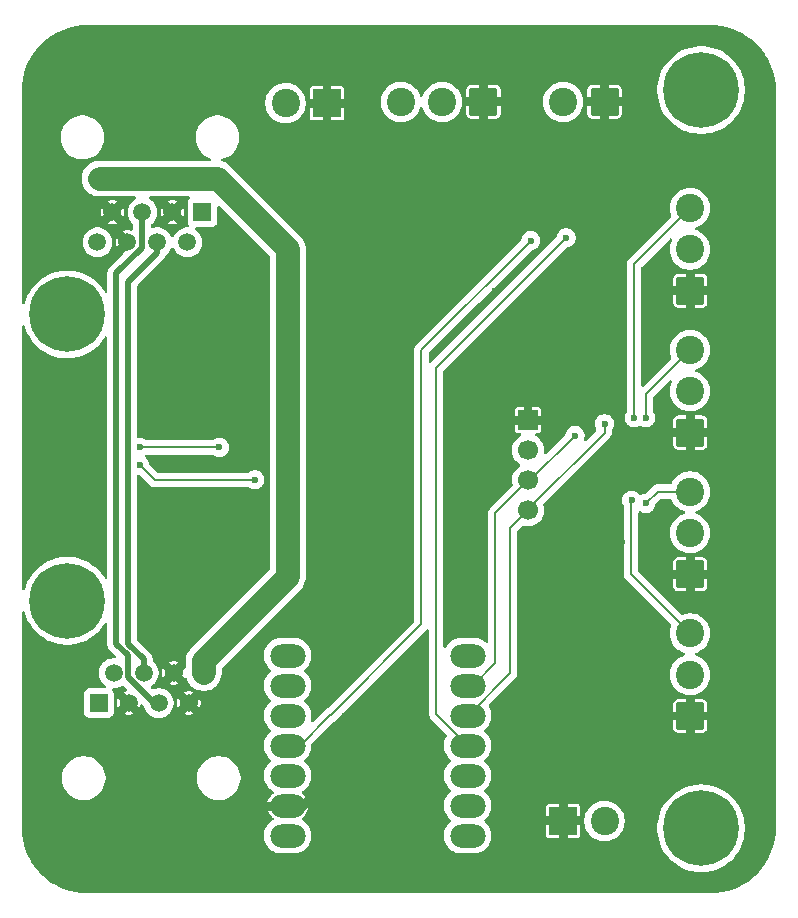
<source format=gbr>
%TF.GenerationSoftware,KiCad,Pcbnew,9.0.1*%
%TF.CreationDate,2026-01-14T23:07:50-05:00*%
%TF.ProjectId,pcb,7063622e-6b69-4636-9164-5f7063625858,1.0*%
%TF.SameCoordinates,Original*%
%TF.FileFunction,Copper,L2,Bot*%
%TF.FilePolarity,Positive*%
%FSLAX46Y46*%
G04 Gerber Fmt 4.6, Leading zero omitted, Abs format (unit mm)*
G04 Created by KiCad (PCBNEW 9.0.1) date 2026-01-14 23:07:50*
%MOMM*%
%LPD*%
G01*
G04 APERTURE LIST*
G04 Aperture macros list*
%AMRoundRect*
0 Rectangle with rounded corners*
0 $1 Rounding radius*
0 $2 $3 $4 $5 $6 $7 $8 $9 X,Y pos of 4 corners*
0 Add a 4 corners polygon primitive as box body*
4,1,4,$2,$3,$4,$5,$6,$7,$8,$9,$2,$3,0*
0 Add four circle primitives for the rounded corners*
1,1,$1+$1,$2,$3*
1,1,$1+$1,$4,$5*
1,1,$1+$1,$6,$7*
1,1,$1+$1,$8,$9*
0 Add four rect primitives between the rounded corners*
20,1,$1+$1,$2,$3,$4,$5,0*
20,1,$1+$1,$4,$5,$6,$7,0*
20,1,$1+$1,$6,$7,$8,$9,0*
20,1,$1+$1,$8,$9,$2,$3,0*%
G04 Aperture macros list end*
%TA.AperFunction,ComponentPad*%
%ADD10C,6.400000*%
%TD*%
%TA.AperFunction,ComponentPad*%
%ADD11RoundRect,0.250001X0.949999X0.949999X-0.949999X0.949999X-0.949999X-0.949999X0.949999X-0.949999X0*%
%TD*%
%TA.AperFunction,ComponentPad*%
%ADD12C,2.400000*%
%TD*%
%TA.AperFunction,ComponentPad*%
%ADD13O,3.000000X2.000000*%
%TD*%
%TA.AperFunction,ComponentPad*%
%ADD14R,1.500000X1.500000*%
%TD*%
%TA.AperFunction,ComponentPad*%
%ADD15C,1.500000*%
%TD*%
%TA.AperFunction,ComponentPad*%
%ADD16RoundRect,0.250001X0.949999X-0.949999X0.949999X0.949999X-0.949999X0.949999X-0.949999X-0.949999X0*%
%TD*%
%TA.AperFunction,ComponentPad*%
%ADD17R,1.700000X1.700000*%
%TD*%
%TA.AperFunction,ComponentPad*%
%ADD18C,1.700000*%
%TD*%
%TA.AperFunction,ComponentPad*%
%ADD19R,2.400000X2.400000*%
%TD*%
%TA.AperFunction,ViaPad*%
%ADD20C,0.600000*%
%TD*%
%TA.AperFunction,Conductor*%
%ADD21C,0.200000*%
%TD*%
%TA.AperFunction,Conductor*%
%ADD22C,0.750000*%
%TD*%
%TA.AperFunction,Conductor*%
%ADD23C,2.000000*%
%TD*%
%TA.AperFunction,Conductor*%
%ADD24C,0.500000*%
%TD*%
G04 APERTURE END LIST*
D10*
%TO.P,H1,1*%
%TO.N,N/C*%
X101425000Y-55000000D03*
%TD*%
D11*
%TO.P,J10,1,Pin_1*%
%TO.N,GND*%
X83000000Y-56000000D03*
D12*
%TO.P,J10,2,Pin_2*%
%TO.N,NEOPIXEL_DOUT*%
X79500000Y-56000000D03*
%TO.P,J10,3,Pin_3*%
%TO.N,+12v*%
X76000000Y-56000000D03*
%TD*%
D13*
%TO.P,U8,1,PA02_A0_D0*%
%TO.N,WIFI_LED*%
X81665000Y-118120000D03*
%TO.P,U8,2,PA4_A1_D1*%
%TO.N,USER_BTN_0*%
X81665000Y-115580000D03*
%TO.P,U8,3,PA10_A2_D2*%
%TO.N,FACTORY_RESET*%
X81665000Y-113040000D03*
%TO.P,U8,4,PA11_A3_D3*%
%TO.N,USER_BTN_1*%
X81665000Y-110500000D03*
%TO.P,U8,5,PA8_A4_D4_SDA*%
%TO.N,I2C_SDA*%
X81665000Y-107960000D03*
%TO.P,U8,6,PA9_A5_D5_SCL*%
%TO.N,I2C_SCL*%
X81665000Y-105420000D03*
%TO.P,U8,7,PB08_A6_TX*%
%TO.N,unconnected-(U8-PB08_A6_TX-Pad7)*%
X81665000Y-102880000D03*
%TO.P,U8,8,PB09_D7_RX*%
%TO.N,unconnected-(U8-PB09_D7_RX-Pad8)*%
X66425000Y-102880000D03*
%TO.P,U8,9,PA7_A8_D8_SCK*%
%TO.N,CAN-RX*%
X66425000Y-105420000D03*
%TO.P,U8,10,PA5_A9_D9_MISO*%
%TO.N,CAN-TX*%
X66425000Y-107960000D03*
%TO.P,U8,11,PA6_A10_D10_MOSI*%
%TO.N,DOUT_3V*%
X66425000Y-110500000D03*
%TO.P,U8,12,3V3*%
%TO.N,+3V3*%
X66425000Y-113040000D03*
%TO.P,U8,13,GND*%
%TO.N,GND*%
X66425000Y-115580000D03*
%TO.P,U8,14,5V*%
%TO.N,unconnected-(U8-5V-Pad14)*%
X66425000Y-118120000D03*
%TD*%
D14*
%TO.P,J3,1*%
%TO.N,CAN-H*%
X50425000Y-106900000D03*
D15*
%TO.P,J3,2*%
%TO.N,CAN-L*%
X51695000Y-104360000D03*
%TO.P,J3,3*%
%TO.N,GND*%
X52965000Y-106900000D03*
%TO.P,J3,4*%
%TO.N,ALT-A*%
X54235000Y-104360000D03*
%TO.P,J3,5*%
%TO.N,ALT-B*%
X55505000Y-106900000D03*
%TO.P,J3,6*%
%TO.N,GND*%
X56775000Y-104360000D03*
%TO.P,J3,7*%
X58045000Y-106900000D03*
%TO.P,J3,8*%
%TO.N,VDDA*%
X59315000Y-104360000D03*
%TD*%
D10*
%TO.P,H2,1*%
%TO.N,N/C*%
X101424996Y-117500000D03*
%TD*%
D16*
%TO.P,J8,1,Pin_1*%
%TO.N,GND*%
X100500000Y-84000000D03*
D12*
%TO.P,J8,2,Pin_2*%
%TO.N,+3V3*%
X100500000Y-80500000D03*
%TO.P,J8,3,Pin_3*%
%TO.N,POT2*%
X100500000Y-77000000D03*
%TD*%
D10*
%TO.P,H4,1*%
%TO.N,N/C*%
X47750000Y-74000000D03*
%TD*%
D11*
%TO.P,J6,1,Pin_1*%
%TO.N,GND*%
X93250000Y-56000000D03*
D12*
%TO.P,J6,2,Pin_2*%
%TO.N,USER_BTN_1*%
X89750000Y-56000000D03*
%TD*%
D16*
%TO.P,J7,1,Pin_1*%
%TO.N,GND*%
X100500000Y-96000000D03*
D12*
%TO.P,J7,2,Pin_2*%
%TO.N,+3V3*%
X100500000Y-92500000D03*
%TO.P,J7,3,Pin_3*%
%TO.N,POT1*%
X100500000Y-89000000D03*
%TD*%
D16*
%TO.P,J2,1,Pin_1*%
%TO.N,GND*%
X100500000Y-108000000D03*
D12*
%TO.P,J2,2,Pin_2*%
%TO.N,+3V3*%
X100500000Y-104500000D03*
%TO.P,J2,3,Pin_3*%
%TO.N,POT0*%
X100500000Y-101000000D03*
%TD*%
D16*
%TO.P,J9,1,Pin_1*%
%TO.N,GND*%
X100500000Y-72000000D03*
D12*
%TO.P,J9,2,Pin_2*%
%TO.N,+3V3*%
X100500000Y-68500000D03*
%TO.P,J9,3,Pin_3*%
%TO.N,POT3*%
X100500000Y-65000000D03*
%TD*%
D17*
%TO.P,J11,1,Pin_1*%
%TO.N,GND*%
X86775000Y-82950000D03*
D18*
%TO.P,J11,2,Pin_2*%
%TO.N,Net-(J11-Pin_2)*%
X86775000Y-85490000D03*
%TO.P,J11,3,Pin_3*%
%TO.N,I2C_SCL*%
X86775000Y-88030000D03*
%TO.P,J11,4,Pin_4*%
%TO.N,I2C_SDA*%
X86775000Y-90570000D03*
%TD*%
D19*
%TO.P,J5,1,Pin_1*%
%TO.N,GND*%
X89750000Y-116875000D03*
D12*
%TO.P,J5,2,Pin_2*%
%TO.N,USER_BTN_0*%
X93250000Y-116875000D03*
%TD*%
D19*
%TO.P,J1,1,Pin_1*%
%TO.N,GND*%
X69750000Y-56117500D03*
D12*
%TO.P,J1,2,Pin_2*%
%TO.N,+12v*%
X66250000Y-56117500D03*
%TD*%
D14*
%TO.P,J4,1*%
%TO.N,CAN-H*%
X59207500Y-65350000D03*
D15*
%TO.P,J4,2*%
%TO.N,CAN-L*%
X57937500Y-67890000D03*
%TO.P,J4,3*%
%TO.N,GND*%
X56667500Y-65350000D03*
%TO.P,J4,4*%
%TO.N,ALT-A*%
X55397500Y-67890000D03*
%TO.P,J4,5*%
%TO.N,ALT-B*%
X54127500Y-65350000D03*
%TO.P,J4,6*%
%TO.N,GND*%
X52857500Y-67890000D03*
%TO.P,J4,7*%
X51587500Y-65350000D03*
%TO.P,J4,8*%
%TO.N,VDDA*%
X50317500Y-67890000D03*
%TD*%
D10*
%TO.P,H3,1*%
%TO.N,N/C*%
X47750000Y-98250000D03*
%TD*%
D20*
%TO.N,GND*%
X89000000Y-72000000D03*
X72250000Y-53000000D03*
X104250000Y-62500000D03*
X78250000Y-121000000D03*
X92000000Y-74750000D03*
X93250000Y-96000000D03*
X57250000Y-59000000D03*
X62000000Y-120000000D03*
X52500000Y-53000000D03*
X57175000Y-100500000D03*
X90250000Y-97000000D03*
X97750000Y-53000000D03*
X71250000Y-118500000D03*
X74250000Y-101250000D03*
X96250000Y-111500000D03*
X55250000Y-102250000D03*
X50500000Y-116500000D03*
X80000000Y-65250000D03*
X81425000Y-74750000D03*
X83000000Y-95750000D03*
X68675000Y-71250000D03*
X90750000Y-80500000D03*
X69750000Y-83750000D03*
X52750000Y-119750000D03*
X86500000Y-50000000D03*
X96250000Y-117000000D03*
X62175000Y-81500000D03*
X98250000Y-64750000D03*
X64250000Y-109250000D03*
X68500000Y-86750000D03*
X88750000Y-90750000D03*
X91250000Y-64000000D03*
X106000000Y-54250000D03*
X106750000Y-59750000D03*
X62175000Y-78500000D03*
X91250000Y-68500000D03*
X49750000Y-50250000D03*
X72425000Y-80250000D03*
X84250000Y-112000000D03*
X68750000Y-116000000D03*
X77000000Y-112500000D03*
X60175000Y-93750000D03*
X79250000Y-61750000D03*
X82750000Y-89500000D03*
X64425000Y-80250000D03*
X73750000Y-116000000D03*
X63750000Y-94750000D03*
X76250000Y-97750000D03*
X81000000Y-97750000D03*
X62925000Y-107000000D03*
X87500000Y-80500000D03*
X44750000Y-102250000D03*
X86250000Y-98250000D03*
X61000000Y-66250000D03*
X55000000Y-55750000D03*
X87750000Y-93500000D03*
X88000000Y-63250000D03*
X44750000Y-94500000D03*
X68250000Y-80500000D03*
X68425000Y-77000000D03*
X95000000Y-60850000D03*
X72425000Y-83750000D03*
X47500000Y-53000000D03*
X57250000Y-53000000D03*
X49750000Y-55750000D03*
X104000000Y-107500000D03*
X59000000Y-110750000D03*
X95250000Y-66000000D03*
X60675000Y-86750000D03*
X52750000Y-113500000D03*
X80750000Y-58250000D03*
X96250000Y-102750000D03*
X62675000Y-103250000D03*
X71250000Y-88500000D03*
X74250000Y-95500000D03*
X72750000Y-50000000D03*
X87500000Y-118000000D03*
X81925000Y-78750000D03*
X92750000Y-108500000D03*
X69675000Y-73000000D03*
X62000000Y-53000000D03*
X62675000Y-73750000D03*
X61000000Y-69750000D03*
X59000000Y-116500000D03*
X44750000Y-118500000D03*
X87750000Y-60750000D03*
X70500000Y-78750000D03*
X87750000Y-113750000D03*
X91500000Y-115000000D03*
X94250000Y-77000000D03*
X50250000Y-94000000D03*
X105000000Y-86500000D03*
X90500000Y-93250000D03*
X48000000Y-119750000D03*
X83000000Y-53000000D03*
X73250000Y-55750000D03*
X50250000Y-70500000D03*
X100250000Y-110750000D03*
X60000000Y-50250000D03*
X76000000Y-104000000D03*
X87000000Y-69250000D03*
X91250000Y-58000000D03*
X82500000Y-85500000D03*
X44750000Y-77750000D03*
X74500000Y-110000000D03*
X84000000Y-72000000D03*
X77750000Y-102000000D03*
X98000000Y-61750000D03*
X106500000Y-110750000D03*
X93000000Y-99750000D03*
X55000000Y-116500000D03*
X60175000Y-98500000D03*
X60000000Y-107500000D03*
X90750000Y-89000000D03*
X85500000Y-76250000D03*
X57000000Y-120000000D03*
X92250000Y-104250000D03*
X83425000Y-65500000D03*
X50250000Y-77750000D03*
X77250000Y-53000000D03*
X63750000Y-69250000D03*
X77750000Y-105750000D03*
X55000000Y-50250000D03*
X93500000Y-53000000D03*
X89000000Y-106500000D03*
X71250000Y-95500000D03*
X83750000Y-80500000D03*
X75750000Y-118500000D03*
X56175000Y-75750000D03*
X94250000Y-71500000D03*
X52500000Y-59000000D03*
X94750000Y-93250000D03*
X95500000Y-122500000D03*
X105000000Y-74500000D03*
X76500000Y-107500000D03*
X87500000Y-122500000D03*
X55000000Y-110750000D03*
X101500000Y-50000000D03*
X81750000Y-100500000D03*
X44750000Y-57500000D03*
X69675000Y-68750000D03*
X89000000Y-53000000D03*
X50000000Y-84750000D03*
X71250000Y-108000000D03*
X71250000Y-103250000D03*
X82500000Y-69500000D03*
X57000000Y-113500000D03*
X84250000Y-116000000D03*
X71250000Y-113000000D03*
X44750000Y-108000000D03*
X96250000Y-107000000D03*
X68250000Y-94000000D03*
X63750000Y-91250000D03*
X86250000Y-103000000D03*
X101250000Y-60500000D03*
X68675000Y-74500000D03*
X79250000Y-114750000D03*
X105000000Y-98500000D03*
X98750000Y-114250000D03*
X64175000Y-77000000D03*
X76250000Y-93500000D03*
X44750000Y-84750000D03*
X44750000Y-70500000D03*
X95500000Y-50000000D03*
X85250000Y-108000000D03*
X56750000Y-81000000D03*
X96250000Y-98500000D03*
X96500000Y-93250000D03*
X74250000Y-91750000D03*
X71250000Y-100000000D03*
X98000000Y-57750000D03*
X60175000Y-90000000D03*
X81000000Y-93250000D03*
X89500000Y-101000000D03*
X72425000Y-76250000D03*
X67500000Y-53000000D03*
X101500000Y-122500000D03*
X44750000Y-63500000D03*
X69250000Y-121000000D03*
X84250000Y-120250000D03*
X86500000Y-55750000D03*
X50500000Y-110750000D03*
X44750000Y-113750000D03*
X73750000Y-121000000D03*
X106500000Y-116000000D03*
X68500000Y-90000000D03*
X59750000Y-55750000D03*
X65000000Y-121000000D03*
X78750000Y-109500000D03*
%TO.N,VDDA*%
X50500000Y-62500000D03*
%TO.N,I2C_SDA*%
X93250000Y-83250000D03*
%TO.N,I2C_SCL*%
X90750000Y-84250000D03*
%TO.N,Net-(U6A--)*%
X63650000Y-88000000D03*
X53900000Y-86750000D03*
%TO.N,Net-(U6B--)*%
X53900000Y-85250000D03*
X60650000Y-85250000D03*
%TO.N,USER_BTN_1*%
X90000000Y-67500000D03*
%TO.N,POT0*%
X95541267Y-89719303D03*
%TO.N,POT1*%
X96750000Y-90000000D03*
%TO.N,POT2*%
X96750000Y-82750000D03*
%TO.N,POT3*%
X95750000Y-82750000D03*
%TO.N,DOUT_3V*%
X87000000Y-67750000D03*
%TD*%
D21*
%TO.N,USER_BTN_1*%
X79000000Y-107835000D02*
X81665000Y-110500000D01*
X79000000Y-78500000D02*
X79000000Y-107835000D01*
X90000000Y-67500000D02*
X79000000Y-78500000D01*
%TO.N,DOUT_3V*%
X70000000Y-107925000D02*
X67425000Y-110500000D01*
X70075000Y-107925000D02*
X70000000Y-107925000D01*
X77750000Y-100250000D02*
X70075000Y-107925000D01*
X77750000Y-77000000D02*
X77750000Y-100250000D01*
X87000000Y-67750000D02*
X77750000Y-77000000D01*
D22*
%TO.N,GND*%
X66425000Y-115580000D02*
X67670000Y-115580000D01*
X67670000Y-115580000D02*
X68750000Y-114500000D01*
X66425000Y-115580000D02*
X63830000Y-115580000D01*
D23*
%TO.N,VDDA*%
X60500000Y-62500000D02*
X66425000Y-68425000D01*
X59315000Y-103360000D02*
X59315000Y-104360000D01*
X66425000Y-96250000D02*
X59315000Y-103360000D01*
X50500000Y-62500000D02*
X60500000Y-62500000D01*
X66425000Y-68425000D02*
X66425000Y-96250000D01*
D24*
%TO.N,ALT-A*%
X55397500Y-68777500D02*
X52925000Y-71250000D01*
X54235000Y-103212993D02*
X54235000Y-104360000D01*
X52925000Y-101902993D02*
X54235000Y-103212993D01*
X52925000Y-71250000D02*
X52925000Y-101902993D01*
X55397500Y-67890000D02*
X55397500Y-68777500D01*
%TO.N,ALT-B*%
X52895000Y-102862943D02*
X52895000Y-104717057D01*
X51925000Y-101892943D02*
X52895000Y-102862943D01*
X55077943Y-106900000D02*
X55505000Y-106900000D01*
X54127500Y-65350000D02*
X54057500Y-65420000D01*
X51925000Y-70519557D02*
X51925000Y-101892943D01*
X52895000Y-104717057D02*
X55077943Y-106900000D01*
X54057500Y-65420000D02*
X54057500Y-68387057D01*
X54057500Y-68387057D02*
X51925000Y-70519557D01*
D21*
%TO.N,I2C_SDA*%
X86775000Y-90570000D02*
X86775000Y-90475000D01*
X85250000Y-92095000D02*
X86775000Y-90570000D01*
X85250000Y-104375000D02*
X85250000Y-92095000D01*
X86775000Y-90475000D02*
X93250000Y-84000000D01*
X93250000Y-84000000D02*
X93250000Y-83250000D01*
X81665000Y-107960000D02*
X85250000Y-104375000D01*
%TO.N,I2C_SCL*%
X81665000Y-105420000D02*
X82080000Y-105420000D01*
X86970000Y-88030000D02*
X86775000Y-88030000D01*
X84000000Y-90805000D02*
X86775000Y-88030000D01*
X82080000Y-105420000D02*
X84000000Y-103500000D01*
X84000000Y-103500000D02*
X84000000Y-90805000D01*
X90750000Y-84250000D02*
X86970000Y-88030000D01*
%TO.N,Net-(U6A--)*%
X55150000Y-88000000D02*
X53900000Y-86750000D01*
X63650000Y-88000000D02*
X55150000Y-88000000D01*
%TO.N,Net-(U6B--)*%
X60650000Y-85250000D02*
X53900000Y-85250000D01*
%TO.N,POT0*%
X95500000Y-96000000D02*
X100500000Y-101000000D01*
X95500000Y-89760570D02*
X95500000Y-96000000D01*
X95541267Y-89719303D02*
X95500000Y-89760570D01*
%TO.N,POT1*%
X97750000Y-89000000D02*
X100500000Y-89000000D01*
X96750000Y-90000000D02*
X97750000Y-89000000D01*
%TO.N,POT2*%
X96750000Y-80750000D02*
X100500000Y-77000000D01*
X96750000Y-82750000D02*
X96750000Y-80750000D01*
%TO.N,POT3*%
X95750000Y-69750000D02*
X100500000Y-65000000D01*
X95750000Y-82750000D02*
X95750000Y-69750000D01*
D24*
%TO.N,DOUT_3V*%
X67425000Y-110500000D02*
X66425000Y-110500000D01*
%TD*%
%TA.AperFunction,Conductor*%
%TO.N,GND*%
G36*
X102252562Y-49500605D02*
G01*
X102699036Y-49519072D01*
X102709209Y-49519915D01*
X103150114Y-49574873D01*
X103160194Y-49576555D01*
X103595042Y-49667733D01*
X103604950Y-49670242D01*
X104030786Y-49797019D01*
X104040454Y-49800338D01*
X104381430Y-49933388D01*
X104454339Y-49961838D01*
X104463724Y-49965954D01*
X104862869Y-50161083D01*
X104871877Y-50165958D01*
X105253544Y-50393383D01*
X105262123Y-50398989D01*
X105623693Y-50657144D01*
X105631775Y-50663435D01*
X105970796Y-50950571D01*
X105978336Y-50957512D01*
X106292487Y-51271663D01*
X106299428Y-51279203D01*
X106586564Y-51618224D01*
X106592859Y-51626312D01*
X106851010Y-51987876D01*
X106856616Y-51996455D01*
X107084041Y-52378122D01*
X107088919Y-52387136D01*
X107284045Y-52786275D01*
X107288161Y-52795660D01*
X107449656Y-53209533D01*
X107452984Y-53219226D01*
X107579753Y-53645036D01*
X107582269Y-53654971D01*
X107673441Y-54089791D01*
X107675128Y-54099900D01*
X107730082Y-54540769D01*
X107730928Y-54550983D01*
X107749394Y-54997437D01*
X107749500Y-55002561D01*
X107749500Y-117497438D01*
X107749394Y-117502562D01*
X107730928Y-117949016D01*
X107730082Y-117959230D01*
X107675128Y-118400099D01*
X107673441Y-118410208D01*
X107582269Y-118845028D01*
X107579753Y-118854963D01*
X107452984Y-119280773D01*
X107449656Y-119290466D01*
X107288161Y-119704339D01*
X107284045Y-119713724D01*
X107088919Y-120112863D01*
X107084041Y-120121877D01*
X106856616Y-120503544D01*
X106851010Y-120512123D01*
X106592859Y-120873687D01*
X106586564Y-120881775D01*
X106299428Y-121220796D01*
X106292487Y-121228336D01*
X105978336Y-121542487D01*
X105970796Y-121549428D01*
X105631775Y-121836564D01*
X105623687Y-121842859D01*
X105262123Y-122101010D01*
X105253544Y-122106616D01*
X104871877Y-122334041D01*
X104862863Y-122338919D01*
X104463724Y-122534045D01*
X104454339Y-122538161D01*
X104040466Y-122699656D01*
X104030773Y-122702984D01*
X103604963Y-122829753D01*
X103595028Y-122832269D01*
X103160208Y-122923441D01*
X103150099Y-122925128D01*
X102709230Y-122980082D01*
X102699016Y-122980928D01*
X102252563Y-122999394D01*
X102247439Y-122999500D01*
X49427561Y-122999500D01*
X49422437Y-122999394D01*
X48975983Y-122980928D01*
X48965769Y-122980082D01*
X48524900Y-122925128D01*
X48514791Y-122923441D01*
X48079971Y-122832269D01*
X48070036Y-122829753D01*
X47644226Y-122702984D01*
X47634533Y-122699656D01*
X47220660Y-122538161D01*
X47211275Y-122534045D01*
X46812136Y-122338919D01*
X46803122Y-122334041D01*
X46421455Y-122106616D01*
X46412876Y-122101010D01*
X46051312Y-121842859D01*
X46043224Y-121836564D01*
X45704203Y-121549428D01*
X45696663Y-121542487D01*
X45382512Y-121228336D01*
X45375571Y-121220796D01*
X45088435Y-120881775D01*
X45082140Y-120873687D01*
X45069859Y-120856487D01*
X44823989Y-120512123D01*
X44818383Y-120503544D01*
X44590958Y-120121877D01*
X44586080Y-120112863D01*
X44390954Y-119713724D01*
X44386838Y-119704339D01*
X44272058Y-119410185D01*
X44225338Y-119290454D01*
X44222019Y-119280786D01*
X44095242Y-118854950D01*
X44092733Y-118845042D01*
X44001555Y-118410194D01*
X43999873Y-118400114D01*
X43944915Y-117959209D01*
X43944072Y-117949036D01*
X43925606Y-117502562D01*
X43925500Y-117497438D01*
X43925500Y-113128711D01*
X47304500Y-113128711D01*
X47304500Y-113371288D01*
X47336161Y-113611785D01*
X47398947Y-113846104D01*
X47420567Y-113898298D01*
X47491776Y-114070212D01*
X47613064Y-114280289D01*
X47613066Y-114280292D01*
X47613067Y-114280293D01*
X47760733Y-114472736D01*
X47760739Y-114472743D01*
X47932256Y-114644260D01*
X47932262Y-114644265D01*
X48124711Y-114791936D01*
X48334788Y-114913224D01*
X48558900Y-115006054D01*
X48793211Y-115068838D01*
X48973586Y-115092584D01*
X49033711Y-115100500D01*
X49033712Y-115100500D01*
X49276289Y-115100500D01*
X49324388Y-115094167D01*
X49516789Y-115068838D01*
X49751100Y-115006054D01*
X49975212Y-114913224D01*
X50185289Y-114791936D01*
X50377738Y-114644265D01*
X50549265Y-114472738D01*
X50696936Y-114280289D01*
X50818224Y-114070212D01*
X50911054Y-113846100D01*
X50973838Y-113611789D01*
X51005500Y-113371288D01*
X51005500Y-113128712D01*
X51005500Y-113128711D01*
X58734500Y-113128711D01*
X58734500Y-113371288D01*
X58766161Y-113611785D01*
X58828947Y-113846104D01*
X58850567Y-113898298D01*
X58921776Y-114070212D01*
X59043064Y-114280289D01*
X59043066Y-114280292D01*
X59043067Y-114280293D01*
X59190733Y-114472736D01*
X59190739Y-114472743D01*
X59362256Y-114644260D01*
X59362262Y-114644265D01*
X59554711Y-114791936D01*
X59764788Y-114913224D01*
X59988900Y-115006054D01*
X60223211Y-115068838D01*
X60403586Y-115092584D01*
X60463711Y-115100500D01*
X60463712Y-115100500D01*
X60706289Y-115100500D01*
X60754388Y-115094167D01*
X60946789Y-115068838D01*
X61181100Y-115006054D01*
X61405212Y-114913224D01*
X61615289Y-114791936D01*
X61807738Y-114644265D01*
X61979265Y-114472738D01*
X62126936Y-114280289D01*
X62248224Y-114070212D01*
X62341054Y-113846100D01*
X62403838Y-113611789D01*
X62435500Y-113371288D01*
X62435500Y-113128712D01*
X62403838Y-112888211D01*
X62341054Y-112653900D01*
X62248224Y-112429788D01*
X62126936Y-112219711D01*
X61979265Y-112027262D01*
X61979260Y-112027256D01*
X61807743Y-111855739D01*
X61807736Y-111855733D01*
X61615293Y-111708067D01*
X61615292Y-111708066D01*
X61615289Y-111708064D01*
X61405212Y-111586776D01*
X61405205Y-111586773D01*
X61181104Y-111493947D01*
X60946785Y-111431161D01*
X60706289Y-111399500D01*
X60706288Y-111399500D01*
X60463712Y-111399500D01*
X60463711Y-111399500D01*
X60223214Y-111431161D01*
X59988895Y-111493947D01*
X59764794Y-111586773D01*
X59764785Y-111586777D01*
X59554706Y-111708067D01*
X59362263Y-111855733D01*
X59362256Y-111855739D01*
X59190739Y-112027256D01*
X59190733Y-112027263D01*
X59043067Y-112219706D01*
X58921777Y-112429785D01*
X58921773Y-112429794D01*
X58828947Y-112653895D01*
X58766161Y-112888214D01*
X58734500Y-113128711D01*
X51005500Y-113128711D01*
X50973838Y-112888211D01*
X50911054Y-112653900D01*
X50818224Y-112429788D01*
X50696936Y-112219711D01*
X50549265Y-112027262D01*
X50549260Y-112027256D01*
X50377743Y-111855739D01*
X50377736Y-111855733D01*
X50185293Y-111708067D01*
X50185292Y-111708066D01*
X50185289Y-111708064D01*
X49975212Y-111586776D01*
X49975205Y-111586773D01*
X49751104Y-111493947D01*
X49516785Y-111431161D01*
X49276289Y-111399500D01*
X49276288Y-111399500D01*
X49033712Y-111399500D01*
X49033711Y-111399500D01*
X48793214Y-111431161D01*
X48558895Y-111493947D01*
X48334794Y-111586773D01*
X48334785Y-111586777D01*
X48124706Y-111708067D01*
X47932263Y-111855733D01*
X47932256Y-111855739D01*
X47760739Y-112027256D01*
X47760733Y-112027263D01*
X47613067Y-112219706D01*
X47491777Y-112429785D01*
X47491773Y-112429794D01*
X47398947Y-112653895D01*
X47336161Y-112888214D01*
X47304500Y-113128711D01*
X43925500Y-113128711D01*
X43925500Y-99253641D01*
X43945185Y-99186602D01*
X43997989Y-99140847D01*
X44067147Y-99130903D01*
X44130703Y-99159928D01*
X44168159Y-99217643D01*
X44199432Y-99320734D01*
X44254074Y-99500868D01*
X44393514Y-99837502D01*
X44393516Y-99837507D01*
X44565271Y-100158837D01*
X44565282Y-100158855D01*
X44767707Y-100461806D01*
X44767717Y-100461820D01*
X44998873Y-100743485D01*
X45256514Y-101001126D01*
X45256519Y-101001130D01*
X45256520Y-101001131D01*
X45538185Y-101232287D01*
X45841151Y-101434722D01*
X45841160Y-101434727D01*
X45841162Y-101434728D01*
X46162492Y-101606483D01*
X46162494Y-101606483D01*
X46162500Y-101606487D01*
X46324998Y-101673796D01*
X46499131Y-101745925D01*
X46499135Y-101745926D01*
X46499137Y-101745927D01*
X46847821Y-101851699D01*
X46847827Y-101851700D01*
X46847830Y-101851701D01*
X46847841Y-101851704D01*
X47071927Y-101896276D01*
X47205194Y-101922785D01*
X47567813Y-101958500D01*
X47567816Y-101958500D01*
X47932184Y-101958500D01*
X47932187Y-101958500D01*
X48294806Y-101922785D01*
X48471696Y-101887599D01*
X48652158Y-101851704D01*
X48652169Y-101851701D01*
X48652169Y-101851700D01*
X48652179Y-101851699D01*
X49000863Y-101745927D01*
X49337500Y-101606487D01*
X49658849Y-101434722D01*
X49961815Y-101232287D01*
X50243480Y-101001131D01*
X50501131Y-100743480D01*
X50732287Y-100461815D01*
X50934722Y-100158849D01*
X50934735Y-100158824D01*
X50936137Y-100156487D01*
X50987483Y-100109102D01*
X51056296Y-100096998D01*
X51120729Y-100124019D01*
X51160325Y-100181586D01*
X51166500Y-100220228D01*
X51166500Y-101967652D01*
X51195647Y-102114182D01*
X51195649Y-102114190D01*
X51252826Y-102252227D01*
X51285373Y-102300937D01*
X51335835Y-102376460D01*
X51335836Y-102376461D01*
X51849195Y-102889819D01*
X51882680Y-102951142D01*
X51877696Y-103020833D01*
X51835825Y-103076767D01*
X51770360Y-103101184D01*
X51761514Y-103101500D01*
X51595949Y-103101500D01*
X51400299Y-103132487D01*
X51211898Y-103193703D01*
X51035401Y-103283634D01*
X50961543Y-103337296D01*
X50875142Y-103400070D01*
X50875140Y-103400072D01*
X50875139Y-103400072D01*
X50735072Y-103540139D01*
X50735072Y-103540140D01*
X50735070Y-103540142D01*
X50725727Y-103553002D01*
X50618634Y-103700401D01*
X50528703Y-103876898D01*
X50467487Y-104065299D01*
X50436500Y-104260948D01*
X50436500Y-104459051D01*
X50467487Y-104654700D01*
X50528703Y-104843101D01*
X50607869Y-104998470D01*
X50618634Y-105019598D01*
X50735070Y-105179858D01*
X50875142Y-105319930D01*
X50980438Y-105396432D01*
X51008998Y-105417182D01*
X51051663Y-105472512D01*
X51057642Y-105542126D01*
X51025036Y-105603921D01*
X50964197Y-105638278D01*
X50936112Y-105641500D01*
X49626345Y-105641500D01*
X49565797Y-105648011D01*
X49565795Y-105648011D01*
X49428795Y-105699111D01*
X49311739Y-105786739D01*
X49224111Y-105903795D01*
X49173011Y-106040795D01*
X49173011Y-106040797D01*
X49166500Y-106101345D01*
X49166500Y-107698654D01*
X49173011Y-107759202D01*
X49173011Y-107759204D01*
X49203622Y-107841272D01*
X49224111Y-107896204D01*
X49311739Y-108013261D01*
X49428796Y-108100889D01*
X49565799Y-108151989D01*
X49593050Y-108154918D01*
X49626345Y-108158499D01*
X49626362Y-108158500D01*
X51223638Y-108158500D01*
X51223654Y-108158499D01*
X51250692Y-108155591D01*
X51284201Y-108151989D01*
X51421204Y-108100889D01*
X51538261Y-108013261D01*
X51625889Y-107896204D01*
X51654052Y-107820696D01*
X52574631Y-107820696D01*
X52673310Y-107861570D01*
X52673318Y-107861572D01*
X52866504Y-107899999D01*
X52866508Y-107900000D01*
X53063492Y-107900000D01*
X53063495Y-107899999D01*
X53256681Y-107861572D01*
X53256689Y-107861570D01*
X53355367Y-107820696D01*
X52965001Y-107430330D01*
X52965000Y-107430330D01*
X52574631Y-107820696D01*
X51654052Y-107820696D01*
X51676989Y-107759201D01*
X51677834Y-107751335D01*
X51683499Y-107698654D01*
X51683500Y-107698637D01*
X51683500Y-106801504D01*
X51965000Y-106801504D01*
X51965000Y-106998495D01*
X52003427Y-107191680D01*
X52003429Y-107191687D01*
X52044301Y-107290366D01*
X52434670Y-106900000D01*
X52044302Y-106509632D01*
X52044301Y-106509632D01*
X52003432Y-106608300D01*
X52003427Y-106608317D01*
X51965000Y-106801504D01*
X51683500Y-106801504D01*
X51683500Y-106101362D01*
X51683499Y-106101345D01*
X51680157Y-106070270D01*
X51676989Y-106040799D01*
X51675049Y-106035599D01*
X51639419Y-105940072D01*
X51625889Y-105903796D01*
X51560771Y-105816809D01*
X51536355Y-105751347D01*
X51551206Y-105683074D01*
X51600611Y-105633668D01*
X51660039Y-105618500D01*
X51794051Y-105618500D01*
X51989700Y-105587512D01*
X52058778Y-105565067D01*
X52178097Y-105526298D01*
X52354598Y-105436366D01*
X52377243Y-105419912D01*
X52443049Y-105396432D01*
X52511103Y-105412256D01*
X52537811Y-105432549D01*
X52818201Y-105712939D01*
X52851686Y-105774262D01*
X52846702Y-105843954D01*
X52804830Y-105899887D01*
X52754712Y-105922237D01*
X52673315Y-105938428D01*
X52673300Y-105938432D01*
X52574632Y-105979301D01*
X52574632Y-105979302D01*
X53181594Y-106586264D01*
X53111675Y-106545896D01*
X53015028Y-106520000D01*
X52914972Y-106520000D01*
X52818325Y-106545896D01*
X52731675Y-106595924D01*
X52660924Y-106666675D01*
X52610896Y-106753325D01*
X52585000Y-106849972D01*
X52585000Y-106950028D01*
X52610896Y-107046675D01*
X52660924Y-107133325D01*
X52731675Y-107204076D01*
X52818325Y-107254104D01*
X52914972Y-107280000D01*
X53015028Y-107280000D01*
X53111675Y-107254104D01*
X53198325Y-107204076D01*
X53269076Y-107133325D01*
X53319104Y-107046675D01*
X53345000Y-106950028D01*
X53345000Y-106849972D01*
X53319104Y-106753325D01*
X53278735Y-106683405D01*
X53885696Y-107290367D01*
X53926570Y-107191689D01*
X53942761Y-107110289D01*
X53947471Y-107101282D01*
X53948197Y-107091145D01*
X53963393Y-107070845D01*
X53975146Y-107048378D01*
X53983977Y-107043348D01*
X53990069Y-107035212D01*
X54013826Y-107026350D01*
X54035861Y-107013803D01*
X54046010Y-107014346D01*
X54055533Y-107010795D01*
X54080310Y-107016185D01*
X54105630Y-107017542D01*
X54115691Y-107023881D01*
X54123806Y-107025647D01*
X54152060Y-107046798D01*
X54245659Y-107140397D01*
X54273886Y-107190748D01*
X54275983Y-107190067D01*
X54277487Y-107194697D01*
X54277488Y-107194700D01*
X54338702Y-107383097D01*
X54428634Y-107559598D01*
X54545070Y-107719858D01*
X54685142Y-107859930D01*
X54845402Y-107976366D01*
X54917810Y-108013260D01*
X55021898Y-108066296D01*
X55021900Y-108066296D01*
X55021903Y-108066298D01*
X55122888Y-108099110D01*
X55210299Y-108127512D01*
X55405949Y-108158500D01*
X55405954Y-108158500D01*
X55604051Y-108158500D01*
X55799700Y-108127512D01*
X55988097Y-108066298D01*
X56164598Y-107976366D01*
X56324858Y-107859930D01*
X56364092Y-107820696D01*
X57654631Y-107820696D01*
X57753310Y-107861570D01*
X57753318Y-107861572D01*
X57946504Y-107899999D01*
X57946508Y-107900000D01*
X58143492Y-107900000D01*
X58143495Y-107899999D01*
X58336681Y-107861572D01*
X58336689Y-107861570D01*
X58435367Y-107820696D01*
X58045001Y-107430330D01*
X58045000Y-107430330D01*
X57654631Y-107820696D01*
X56364092Y-107820696D01*
X56464930Y-107719858D01*
X56581366Y-107559598D01*
X56671298Y-107383097D01*
X56732512Y-107194700D01*
X56736523Y-107169373D01*
X56763500Y-106999051D01*
X56763500Y-106801504D01*
X57045000Y-106801504D01*
X57045000Y-106998495D01*
X57083427Y-107191680D01*
X57083429Y-107191687D01*
X57124301Y-107290366D01*
X57514670Y-106900000D01*
X57464642Y-106849972D01*
X57665000Y-106849972D01*
X57665000Y-106950028D01*
X57690896Y-107046675D01*
X57740924Y-107133325D01*
X57811675Y-107204076D01*
X57898325Y-107254104D01*
X57994972Y-107280000D01*
X58095028Y-107280000D01*
X58191675Y-107254104D01*
X58278325Y-107204076D01*
X58349076Y-107133325D01*
X58399104Y-107046675D01*
X58425000Y-106950028D01*
X58425000Y-106899999D01*
X58575330Y-106899999D01*
X58575330Y-106900001D01*
X58965696Y-107290367D01*
X59006570Y-107191689D01*
X59006572Y-107191681D01*
X59044999Y-106998495D01*
X59045000Y-106998492D01*
X59045000Y-106801508D01*
X59044999Y-106801504D01*
X59006572Y-106608318D01*
X59006570Y-106608310D01*
X58965696Y-106509631D01*
X58575330Y-106899999D01*
X58425000Y-106899999D01*
X58425000Y-106849972D01*
X58399104Y-106753325D01*
X58349076Y-106666675D01*
X58278325Y-106595924D01*
X58191675Y-106545896D01*
X58095028Y-106520000D01*
X57994972Y-106520000D01*
X57898325Y-106545896D01*
X57811675Y-106595924D01*
X57740924Y-106666675D01*
X57690896Y-106753325D01*
X57665000Y-106849972D01*
X57464642Y-106849972D01*
X57124302Y-106509632D01*
X57124301Y-106509632D01*
X57083432Y-106608300D01*
X57083427Y-106608317D01*
X57045000Y-106801504D01*
X56763500Y-106801504D01*
X56763500Y-106800949D01*
X56763499Y-106800947D01*
X56732512Y-106605299D01*
X56704110Y-106517888D01*
X56671298Y-106416903D01*
X56671296Y-106416900D01*
X56671296Y-106416898D01*
X56581365Y-106240401D01*
X56559733Y-106210627D01*
X56464930Y-106080142D01*
X56364089Y-105979301D01*
X57654632Y-105979301D01*
X57654632Y-105979302D01*
X58045000Y-106369670D01*
X58045001Y-106369670D01*
X58435367Y-105979302D01*
X58336687Y-105938429D01*
X58336680Y-105938427D01*
X58143495Y-105900000D01*
X57946504Y-105900000D01*
X57753317Y-105938427D01*
X57753300Y-105938432D01*
X57654632Y-105979301D01*
X56364089Y-105979301D01*
X56324858Y-105940070D01*
X56164598Y-105823634D01*
X56093240Y-105787275D01*
X55988101Y-105733703D01*
X55799700Y-105672487D01*
X55604051Y-105641500D01*
X55604046Y-105641500D01*
X55405954Y-105641500D01*
X55405949Y-105641500D01*
X55210298Y-105672488D01*
X55210295Y-105672488D01*
X55065808Y-105719435D01*
X55050595Y-105719869D01*
X55036336Y-105725188D01*
X55016380Y-105720846D01*
X54995966Y-105721430D01*
X54981879Y-105713341D01*
X54968063Y-105710336D01*
X54939809Y-105689185D01*
X54877014Y-105626390D01*
X54843529Y-105565067D01*
X54848513Y-105495375D01*
X54890385Y-105439442D01*
X54891810Y-105438391D01*
X54894595Y-105436367D01*
X54894598Y-105436366D01*
X55054858Y-105319930D01*
X55094092Y-105280696D01*
X56384631Y-105280696D01*
X56483310Y-105321570D01*
X56483318Y-105321572D01*
X56676504Y-105359999D01*
X56676508Y-105360000D01*
X56873492Y-105360000D01*
X56873495Y-105359999D01*
X57066681Y-105321572D01*
X57066689Y-105321570D01*
X57165367Y-105280696D01*
X56775001Y-104890330D01*
X56775000Y-104890330D01*
X56384631Y-105280696D01*
X55094092Y-105280696D01*
X55194930Y-105179858D01*
X55311366Y-105019598D01*
X55401298Y-104843097D01*
X55462512Y-104654700D01*
X55466523Y-104629373D01*
X55493500Y-104459051D01*
X55493500Y-104261504D01*
X55775000Y-104261504D01*
X55775000Y-104458495D01*
X55813427Y-104651680D01*
X55813429Y-104651687D01*
X55854301Y-104750366D01*
X56244670Y-104360000D01*
X56194642Y-104309972D01*
X56395000Y-104309972D01*
X56395000Y-104410028D01*
X56420896Y-104506675D01*
X56470924Y-104593325D01*
X56541675Y-104664076D01*
X56628325Y-104714104D01*
X56724972Y-104740000D01*
X56825028Y-104740000D01*
X56921675Y-104714104D01*
X57008325Y-104664076D01*
X57079076Y-104593325D01*
X57129104Y-104506675D01*
X57155000Y-104410028D01*
X57155000Y-104309972D01*
X57129104Y-104213325D01*
X57079076Y-104126675D01*
X57008325Y-104055924D01*
X56921675Y-104005896D01*
X56825028Y-103980000D01*
X56724972Y-103980000D01*
X56628325Y-104005896D01*
X56541675Y-104055924D01*
X56470924Y-104126675D01*
X56420896Y-104213325D01*
X56395000Y-104309972D01*
X56194642Y-104309972D01*
X55854302Y-103969632D01*
X55854301Y-103969632D01*
X55813432Y-104068300D01*
X55813427Y-104068317D01*
X55775000Y-104261504D01*
X55493500Y-104261504D01*
X55493500Y-104260949D01*
X55493499Y-104260947D01*
X55462512Y-104065299D01*
X55434110Y-103977888D01*
X55401298Y-103876903D01*
X55401296Y-103876900D01*
X55401296Y-103876898D01*
X55311365Y-103700401D01*
X55289733Y-103670627D01*
X55194930Y-103540142D01*
X55094089Y-103439301D01*
X56384632Y-103439301D01*
X56384632Y-103439302D01*
X56775000Y-103829670D01*
X56775001Y-103829670D01*
X57165367Y-103439302D01*
X57066687Y-103398429D01*
X57066680Y-103398427D01*
X56873495Y-103360000D01*
X56676504Y-103360000D01*
X56483317Y-103398427D01*
X56483300Y-103398432D01*
X56384632Y-103439301D01*
X55094089Y-103439301D01*
X55054858Y-103400070D01*
X55054855Y-103400067D01*
X55044613Y-103392626D01*
X55001948Y-103337296D01*
X54993500Y-103292309D01*
X54993500Y-103138284D01*
X54964352Y-102991752D01*
X54964351Y-102991751D01*
X54964351Y-102991747D01*
X54947532Y-102951142D01*
X54907177Y-102853715D01*
X54907169Y-102853701D01*
X54885141Y-102820734D01*
X54885140Y-102820732D01*
X54824167Y-102729479D01*
X54824161Y-102729472D01*
X53719819Y-101625130D01*
X53686334Y-101563807D01*
X53683500Y-101537449D01*
X53683500Y-87693411D01*
X53703185Y-87626372D01*
X53755989Y-87580617D01*
X53825147Y-87570673D01*
X53888703Y-87599698D01*
X53895181Y-87605730D01*
X54776373Y-88486922D01*
X54915127Y-88567032D01*
X54933668Y-88572000D01*
X54942938Y-88574484D01*
X54942939Y-88574484D01*
X55069889Y-88608500D01*
X55069890Y-88608500D01*
X55230110Y-88608500D01*
X63067808Y-88608500D01*
X63134847Y-88628185D01*
X63136698Y-88629398D01*
X63267030Y-88716482D01*
X63267031Y-88716482D01*
X63267032Y-88716483D01*
X63414169Y-88777430D01*
X63570365Y-88808499D01*
X63570369Y-88808500D01*
X63570370Y-88808500D01*
X63729631Y-88808500D01*
X63729632Y-88808499D01*
X63885831Y-88777430D01*
X64032968Y-88716483D01*
X64165389Y-88628003D01*
X64278003Y-88515389D01*
X64366483Y-88382968D01*
X64427430Y-88235831D01*
X64458500Y-88079630D01*
X64458500Y-87920370D01*
X64427430Y-87764169D01*
X64366483Y-87617032D01*
X64358931Y-87605730D01*
X64278004Y-87484612D01*
X64277998Y-87484605D01*
X64165394Y-87372001D01*
X64165387Y-87371995D01*
X64032969Y-87283517D01*
X63885831Y-87222570D01*
X63885823Y-87222568D01*
X63729634Y-87191500D01*
X63729630Y-87191500D01*
X63570370Y-87191500D01*
X63570365Y-87191500D01*
X63414176Y-87222568D01*
X63414168Y-87222570D01*
X63267030Y-87283517D01*
X63267029Y-87283517D01*
X63136698Y-87370602D01*
X63070021Y-87391480D01*
X63067808Y-87391500D01*
X55453411Y-87391500D01*
X55386372Y-87371815D01*
X55365730Y-87355181D01*
X54741946Y-86731397D01*
X54708461Y-86670074D01*
X54708032Y-86668019D01*
X54677430Y-86514169D01*
X54616483Y-86367032D01*
X54528003Y-86234611D01*
X54527998Y-86234605D01*
X54415394Y-86122001D01*
X54415389Y-86121997D01*
X54387109Y-86103101D01*
X54366067Y-86077924D01*
X54344142Y-86053514D01*
X54343775Y-86051251D01*
X54342305Y-86049492D01*
X54338213Y-86016926D01*
X54332967Y-85984543D01*
X54333881Y-85982441D01*
X54333596Y-85980167D01*
X54347761Y-85950557D01*
X54360855Y-85920481D01*
X54363127Y-85918439D01*
X54363750Y-85917139D01*
X54387107Y-85896899D01*
X54413304Y-85879395D01*
X54479982Y-85858520D01*
X54482192Y-85858500D01*
X60067808Y-85858500D01*
X60134847Y-85878185D01*
X60136698Y-85879398D01*
X60267030Y-85966482D01*
X60267031Y-85966482D01*
X60267032Y-85966483D01*
X60414169Y-86027430D01*
X60570365Y-86058499D01*
X60570369Y-86058500D01*
X60570370Y-86058500D01*
X60729631Y-86058500D01*
X60729632Y-86058499D01*
X60885831Y-86027430D01*
X61032968Y-85966483D01*
X61165389Y-85878003D01*
X61278003Y-85765389D01*
X61366483Y-85632968D01*
X61427430Y-85485831D01*
X61458500Y-85329630D01*
X61458500Y-85170370D01*
X61427430Y-85014169D01*
X61366483Y-84867032D01*
X61306988Y-84777991D01*
X61278004Y-84734612D01*
X61277998Y-84734605D01*
X61165394Y-84622001D01*
X61165387Y-84621995D01*
X61032969Y-84533517D01*
X60885831Y-84472570D01*
X60885823Y-84472568D01*
X60729634Y-84441500D01*
X60729630Y-84441500D01*
X60570370Y-84441500D01*
X60570365Y-84441500D01*
X60414176Y-84472568D01*
X60414168Y-84472570D01*
X60267030Y-84533517D01*
X60267029Y-84533517D01*
X60136698Y-84620602D01*
X60070021Y-84641480D01*
X60067808Y-84641500D01*
X54482192Y-84641500D01*
X54415153Y-84621815D01*
X54413302Y-84620602D01*
X54282969Y-84533517D01*
X54135831Y-84472570D01*
X54135823Y-84472568D01*
X53979634Y-84441500D01*
X53979630Y-84441500D01*
X53820370Y-84441500D01*
X53820364Y-84441500D01*
X53819642Y-84441571D01*
X53819268Y-84441500D01*
X53814279Y-84441500D01*
X53814279Y-84440553D01*
X53750997Y-84428546D01*
X53700292Y-84380476D01*
X53683500Y-84318167D01*
X53683500Y-71615543D01*
X53703185Y-71548504D01*
X53719819Y-71527862D01*
X55986663Y-69261018D01*
X55986666Y-69261015D01*
X56069674Y-69136785D01*
X56126851Y-68998747D01*
X56136695Y-68949254D01*
X56169078Y-68887345D01*
X56185420Y-68873133D01*
X56217358Y-68849930D01*
X56357430Y-68709858D01*
X56473866Y-68549598D01*
X56557015Y-68386408D01*
X56604990Y-68335613D01*
X56672811Y-68318818D01*
X56738946Y-68341355D01*
X56777984Y-68386408D01*
X56861134Y-68549598D01*
X56977570Y-68709858D01*
X57117642Y-68849930D01*
X57277902Y-68966366D01*
X57341449Y-68998745D01*
X57454398Y-69056296D01*
X57454400Y-69056296D01*
X57454403Y-69056298D01*
X57511485Y-69074845D01*
X57642799Y-69117512D01*
X57838449Y-69148500D01*
X57838454Y-69148500D01*
X58036551Y-69148500D01*
X58232200Y-69117512D01*
X58420597Y-69056298D01*
X58597098Y-68966366D01*
X58757358Y-68849930D01*
X58897430Y-68709858D01*
X59013866Y-68549598D01*
X59103798Y-68373097D01*
X59165012Y-68184700D01*
X59165490Y-68181680D01*
X59196000Y-67989051D01*
X59196000Y-67790948D01*
X59165012Y-67595299D01*
X59136610Y-67507888D01*
X59103798Y-67406903D01*
X59103796Y-67406900D01*
X59103796Y-67406898D01*
X59034681Y-67271254D01*
X59013866Y-67230402D01*
X58897430Y-67070142D01*
X58757358Y-66930070D01*
X58623501Y-66832817D01*
X58580837Y-66777488D01*
X58574858Y-66707874D01*
X58607464Y-66646079D01*
X58668303Y-66611722D01*
X58696388Y-66608500D01*
X60006138Y-66608500D01*
X60006154Y-66608499D01*
X60033192Y-66605591D01*
X60066701Y-66601989D01*
X60203704Y-66550889D01*
X60320761Y-66463261D01*
X60408389Y-66346204D01*
X60459489Y-66209201D01*
X60463091Y-66175692D01*
X60465999Y-66148654D01*
X60466000Y-66148637D01*
X60466000Y-64898703D01*
X60485685Y-64831664D01*
X60538489Y-64785909D01*
X60607647Y-64775965D01*
X60671203Y-64804990D01*
X60677681Y-64811022D01*
X64880181Y-69013522D01*
X64913666Y-69074845D01*
X64916500Y-69101203D01*
X64916500Y-95573796D01*
X64896815Y-95640835D01*
X64880181Y-95661477D01*
X58164378Y-102377279D01*
X58164374Y-102377283D01*
X58088217Y-102482107D01*
X58088217Y-102482108D01*
X58024815Y-102569372D01*
X57917019Y-102780934D01*
X57843643Y-103006761D01*
X57843643Y-103006762D01*
X57806499Y-103241278D01*
X57806499Y-103483832D01*
X57806500Y-103483857D01*
X57806500Y-103840577D01*
X57786815Y-103907616D01*
X57734011Y-103953371D01*
X57708253Y-103957074D01*
X57305330Y-104359999D01*
X57305330Y-104360001D01*
X57695696Y-104750367D01*
X57737920Y-104741968D01*
X57807512Y-104748195D01*
X57862689Y-104791058D01*
X57880043Y-104825266D01*
X57917019Y-104939067D01*
X57982082Y-105066759D01*
X58024815Y-105150627D01*
X58164380Y-105342722D01*
X58332278Y-105510620D01*
X58524373Y-105650185D01*
X58600915Y-105689185D01*
X58735932Y-105757980D01*
X58735934Y-105757980D01*
X58735937Y-105757982D01*
X58826092Y-105787275D01*
X58961758Y-105831356D01*
X59196273Y-105868500D01*
X59196278Y-105868500D01*
X59433727Y-105868500D01*
X59668241Y-105831356D01*
X59692007Y-105823634D01*
X59894063Y-105757982D01*
X60105627Y-105650185D01*
X60297722Y-105510620D01*
X60465620Y-105342722D01*
X60605185Y-105150627D01*
X60712982Y-104939063D01*
X60786356Y-104713241D01*
X60789745Y-104691843D01*
X60823500Y-104478727D01*
X60823500Y-104036202D01*
X60843185Y-103969163D01*
X60859814Y-103948526D01*
X62047068Y-102761272D01*
X64416500Y-102761272D01*
X64416500Y-102998727D01*
X64453643Y-103233241D01*
X64527019Y-103459067D01*
X64631668Y-103664451D01*
X64634815Y-103670627D01*
X64774380Y-103862722D01*
X64942278Y-104030620D01*
X64942284Y-104030624D01*
X64968515Y-104049683D01*
X65011181Y-104105013D01*
X65017159Y-104174626D01*
X64984553Y-104236421D01*
X64968515Y-104250317D01*
X64942284Y-104269375D01*
X64942275Y-104269382D01*
X64774382Y-104437275D01*
X64634815Y-104629372D01*
X64527019Y-104840932D01*
X64453643Y-105066758D01*
X64416500Y-105301272D01*
X64416500Y-105538727D01*
X64453643Y-105773241D01*
X64527019Y-105999067D01*
X64597510Y-106137412D01*
X64634815Y-106210627D01*
X64774380Y-106402722D01*
X64942278Y-106570620D01*
X64942284Y-106570624D01*
X64968515Y-106589683D01*
X65011181Y-106645013D01*
X65017159Y-106714626D01*
X64984553Y-106776421D01*
X64968515Y-106790317D01*
X64942284Y-106809375D01*
X64942275Y-106809382D01*
X64774382Y-106977275D01*
X64634815Y-107169372D01*
X64527019Y-107380932D01*
X64453643Y-107606758D01*
X64416500Y-107841272D01*
X64416500Y-108078727D01*
X64453643Y-108313241D01*
X64527019Y-108539067D01*
X64634815Y-108750627D01*
X64774380Y-108942722D01*
X64942278Y-109110620D01*
X64942284Y-109110624D01*
X64968515Y-109129683D01*
X65011181Y-109185013D01*
X65017159Y-109254626D01*
X64984553Y-109316421D01*
X64968515Y-109330317D01*
X64942284Y-109349375D01*
X64942275Y-109349382D01*
X64774382Y-109517275D01*
X64634815Y-109709372D01*
X64527019Y-109920932D01*
X64453643Y-110146758D01*
X64416500Y-110381272D01*
X64416500Y-110618727D01*
X64453643Y-110853241D01*
X64527019Y-111079067D01*
X64634815Y-111290627D01*
X64774380Y-111482722D01*
X64942278Y-111650620D01*
X64942284Y-111650624D01*
X64968515Y-111669683D01*
X65011181Y-111725013D01*
X65017159Y-111794626D01*
X64984553Y-111856421D01*
X64968515Y-111870317D01*
X64942284Y-111889375D01*
X64942275Y-111889382D01*
X64774382Y-112057275D01*
X64634815Y-112249372D01*
X64527019Y-112460932D01*
X64453643Y-112686758D01*
X64416500Y-112921272D01*
X64416500Y-113158727D01*
X64453643Y-113393241D01*
X64527019Y-113619067D01*
X64633077Y-113827216D01*
X64634815Y-113830627D01*
X64774380Y-114022722D01*
X64942278Y-114190620D01*
X65072699Y-114285376D01*
X65134374Y-114330186D01*
X65163199Y-114344873D01*
X65179918Y-114353391D01*
X65230714Y-114401364D01*
X65247510Y-114469185D01*
X65224973Y-114535320D01*
X65196511Y-114564193D01*
X65110680Y-114626553D01*
X64971555Y-114765678D01*
X64855904Y-114924856D01*
X64766581Y-115100164D01*
X64705778Y-115287294D01*
X64675000Y-115481617D01*
X64675000Y-115678382D01*
X64705778Y-115872705D01*
X64766581Y-116059835D01*
X64855904Y-116235143D01*
X64971555Y-116394321D01*
X65110677Y-116533443D01*
X65196510Y-116595805D01*
X65239175Y-116651135D01*
X65245154Y-116720749D01*
X65212548Y-116782544D01*
X65179919Y-116806608D01*
X65134372Y-116829815D01*
X64942275Y-116969382D01*
X64774382Y-117137275D01*
X64634815Y-117329372D01*
X64527019Y-117540932D01*
X64453643Y-117766758D01*
X64416500Y-118001272D01*
X64416500Y-118238727D01*
X64453643Y-118473241D01*
X64527019Y-118699067D01*
X64603948Y-118850047D01*
X64634815Y-118910627D01*
X64774380Y-119102722D01*
X64942278Y-119270620D01*
X65134373Y-119410185D01*
X65234328Y-119461114D01*
X65345932Y-119517980D01*
X65345934Y-119517980D01*
X65345937Y-119517982D01*
X65466984Y-119557312D01*
X65571758Y-119591356D01*
X65806273Y-119628500D01*
X65806278Y-119628500D01*
X67043727Y-119628500D01*
X67278241Y-119591356D01*
X67504063Y-119517982D01*
X67715627Y-119410185D01*
X67907722Y-119270620D01*
X68075620Y-119102722D01*
X68215185Y-118910627D01*
X68322982Y-118699063D01*
X68396356Y-118473241D01*
X68433500Y-118238727D01*
X68433500Y-118001272D01*
X68396356Y-117766758D01*
X68352661Y-117632279D01*
X68322982Y-117540937D01*
X68322980Y-117540934D01*
X68322980Y-117540932D01*
X68215184Y-117329372D01*
X68206786Y-117317813D01*
X68075620Y-117137278D01*
X67907722Y-116969380D01*
X67715627Y-116829815D01*
X67670081Y-116806608D01*
X67619285Y-116758633D01*
X67602490Y-116690812D01*
X67625028Y-116624677D01*
X67653490Y-116595805D01*
X67739321Y-116533443D01*
X67739322Y-116533443D01*
X67878444Y-116394321D01*
X67994095Y-116235143D01*
X68083418Y-116059835D01*
X68144221Y-115872705D01*
X68175000Y-115678382D01*
X68175000Y-115481617D01*
X68144221Y-115287294D01*
X68083418Y-115100164D01*
X67994095Y-114924856D01*
X67878444Y-114765678D01*
X67739319Y-114626553D01*
X67653489Y-114564193D01*
X67610824Y-114508863D01*
X67604846Y-114439249D01*
X67637453Y-114377455D01*
X67670080Y-114353391D01*
X67715627Y-114330185D01*
X67907722Y-114190620D01*
X68075620Y-114022722D01*
X68215185Y-113830627D01*
X68322982Y-113619063D01*
X68396356Y-113393241D01*
X68399833Y-113371288D01*
X68433500Y-113158727D01*
X68433500Y-112921272D01*
X68396356Y-112686758D01*
X68322980Y-112460932D01*
X68215184Y-112249372D01*
X68193634Y-112219711D01*
X68075620Y-112057278D01*
X67907722Y-111889380D01*
X67907718Y-111889376D01*
X67881487Y-111870319D01*
X67838820Y-111814990D01*
X67832840Y-111745376D01*
X67865446Y-111683581D01*
X67881487Y-111669681D01*
X67907718Y-111650623D01*
X67907718Y-111650622D01*
X67907722Y-111650620D01*
X68075620Y-111482722D01*
X68215185Y-111290627D01*
X68322982Y-111079063D01*
X68396356Y-110853241D01*
X68433500Y-110618727D01*
X68433500Y-110403410D01*
X68453185Y-110336371D01*
X68469819Y-110315729D01*
X69341951Y-109443597D01*
X70264512Y-108521035D01*
X70304747Y-108494154D01*
X70309863Y-108492034D01*
X70309873Y-108492032D01*
X70448627Y-108411922D01*
X78179819Y-100680730D01*
X78241142Y-100647245D01*
X78310834Y-100652229D01*
X78366767Y-100694101D01*
X78391184Y-100759565D01*
X78391500Y-100768411D01*
X78391500Y-107915109D01*
X78432968Y-108069874D01*
X78450875Y-108100889D01*
X78513078Y-108208627D01*
X78513080Y-108208629D01*
X79858510Y-109554059D01*
X79891995Y-109615382D01*
X79887011Y-109685074D01*
X79876562Y-109706521D01*
X79874817Y-109709367D01*
X79767019Y-109920932D01*
X79693643Y-110146758D01*
X79656500Y-110381272D01*
X79656500Y-110618727D01*
X79693643Y-110853241D01*
X79767019Y-111079067D01*
X79874815Y-111290627D01*
X80014380Y-111482722D01*
X80182278Y-111650620D01*
X80182284Y-111650624D01*
X80208515Y-111669683D01*
X80251181Y-111725013D01*
X80257159Y-111794626D01*
X80224553Y-111856421D01*
X80208515Y-111870317D01*
X80182284Y-111889375D01*
X80182275Y-111889382D01*
X80014382Y-112057275D01*
X79874815Y-112249372D01*
X79767019Y-112460932D01*
X79693643Y-112686758D01*
X79656500Y-112921272D01*
X79656500Y-113158727D01*
X79693643Y-113393241D01*
X79767019Y-113619067D01*
X79873077Y-113827216D01*
X79874815Y-113830627D01*
X80014380Y-114022722D01*
X80182278Y-114190620D01*
X80182284Y-114190624D01*
X80208515Y-114209683D01*
X80251181Y-114265013D01*
X80257159Y-114334626D01*
X80224553Y-114396421D01*
X80208515Y-114410317D01*
X80182284Y-114429375D01*
X80182275Y-114429382D01*
X80014382Y-114597275D01*
X79874815Y-114789372D01*
X79767019Y-115000932D01*
X79693643Y-115226758D01*
X79656500Y-115461272D01*
X79656500Y-115698727D01*
X79693643Y-115933241D01*
X79767019Y-116159067D01*
X79874815Y-116370627D01*
X80014380Y-116562722D01*
X80182278Y-116730620D01*
X80182284Y-116730624D01*
X80208515Y-116749683D01*
X80251181Y-116805013D01*
X80257159Y-116874626D01*
X80224553Y-116936421D01*
X80208515Y-116950317D01*
X80182284Y-116969375D01*
X80182275Y-116969382D01*
X80014382Y-117137275D01*
X79874815Y-117329372D01*
X79767019Y-117540932D01*
X79693643Y-117766758D01*
X79656500Y-118001272D01*
X79656500Y-118238727D01*
X79693643Y-118473241D01*
X79767019Y-118699067D01*
X79843948Y-118850047D01*
X79874815Y-118910627D01*
X80014380Y-119102722D01*
X80182278Y-119270620D01*
X80374373Y-119410185D01*
X80474328Y-119461114D01*
X80585932Y-119517980D01*
X80585934Y-119517980D01*
X80585937Y-119517982D01*
X80706984Y-119557312D01*
X80811758Y-119591356D01*
X81046273Y-119628500D01*
X81046278Y-119628500D01*
X82283727Y-119628500D01*
X82518241Y-119591356D01*
X82744063Y-119517982D01*
X82955627Y-119410185D01*
X83147722Y-119270620D01*
X83315620Y-119102722D01*
X83455185Y-118910627D01*
X83562982Y-118699063D01*
X83636356Y-118473241D01*
X83673500Y-118238727D01*
X83673500Y-118001272D01*
X83636356Y-117766758D01*
X83592661Y-117632279D01*
X83562982Y-117540937D01*
X83562980Y-117540934D01*
X83562980Y-117540932D01*
X83455184Y-117329372D01*
X83446786Y-117317813D01*
X83315620Y-117137278D01*
X83147722Y-116969380D01*
X83147718Y-116969376D01*
X83121487Y-116950319D01*
X83108272Y-116933183D01*
X83091603Y-116919388D01*
X83087360Y-116906065D01*
X83078820Y-116894990D01*
X83076967Y-116873427D01*
X83070403Y-116852812D01*
X83074036Y-116839310D01*
X83072840Y-116825376D01*
X83082938Y-116806237D01*
X83088562Y-116785343D01*
X83101167Y-116771689D01*
X83105446Y-116763581D01*
X83111064Y-116758153D01*
X83116047Y-116753632D01*
X83147722Y-116730620D01*
X83315620Y-116562722D01*
X83455185Y-116370627D01*
X83562982Y-116159063D01*
X83636356Y-115933241D01*
X83661737Y-115772993D01*
X83673500Y-115698727D01*
X83673500Y-115650371D01*
X88300000Y-115650371D01*
X88300000Y-116500000D01*
X89276473Y-116500000D01*
X89269881Y-116506592D01*
X89190889Y-116643409D01*
X89150000Y-116796009D01*
X89150000Y-116953991D01*
X89190889Y-117106591D01*
X89269881Y-117243408D01*
X89276473Y-117250000D01*
X88300000Y-117250000D01*
X88300000Y-118099628D01*
X88314503Y-118172540D01*
X88314505Y-118172544D01*
X88369760Y-118255239D01*
X88452455Y-118310494D01*
X88452459Y-118310496D01*
X88525371Y-118324999D01*
X88525374Y-118325000D01*
X89375000Y-118325000D01*
X89375000Y-117348527D01*
X89381592Y-117355119D01*
X89518409Y-117434111D01*
X89671009Y-117475000D01*
X89828991Y-117475000D01*
X89981591Y-117434111D01*
X90118408Y-117355119D01*
X90125000Y-117348527D01*
X90125000Y-118325000D01*
X90974626Y-118325000D01*
X90974628Y-118324999D01*
X91047540Y-118310496D01*
X91047544Y-118310494D01*
X91130239Y-118255239D01*
X91185494Y-118172544D01*
X91185496Y-118172540D01*
X91199999Y-118099628D01*
X91200000Y-118099626D01*
X91200000Y-117250000D01*
X90223527Y-117250000D01*
X90230119Y-117243408D01*
X90309111Y-117106591D01*
X90350000Y-116953991D01*
X90350000Y-116796009D01*
X90341162Y-116763025D01*
X91541500Y-116763025D01*
X91541500Y-116986974D01*
X91541501Y-116986990D01*
X91570731Y-117209016D01*
X91570732Y-117209021D01*
X91570733Y-117209027D01*
X91587479Y-117271524D01*
X91628698Y-117425358D01*
X91714400Y-117632262D01*
X91714408Y-117632279D01*
X91826381Y-117826220D01*
X91826392Y-117826236D01*
X91962723Y-118003907D01*
X91962729Y-118003914D01*
X92121085Y-118162270D01*
X92121092Y-118162276D01*
X92134474Y-118172544D01*
X92298772Y-118298614D01*
X92298779Y-118298618D01*
X92492720Y-118410591D01*
X92492725Y-118410593D01*
X92492728Y-118410595D01*
X92492732Y-118410596D01*
X92492737Y-118410599D01*
X92558355Y-118437778D01*
X92699642Y-118496302D01*
X92915973Y-118554267D01*
X93138019Y-118583500D01*
X93138026Y-118583500D01*
X93361974Y-118583500D01*
X93361981Y-118583500D01*
X93584027Y-118554267D01*
X93800358Y-118496302D01*
X94007272Y-118410595D01*
X94201228Y-118298614D01*
X94378909Y-118162275D01*
X94537275Y-118003909D01*
X94673614Y-117826228D01*
X94785595Y-117632272D01*
X94871302Y-117425358D01*
X94900118Y-117317813D01*
X97716496Y-117317813D01*
X97716496Y-117682187D01*
X97724826Y-117766758D01*
X97752209Y-118044795D01*
X97752212Y-118044812D01*
X97823291Y-118402158D01*
X97823294Y-118402169D01*
X97929070Y-118750868D01*
X98068510Y-119087502D01*
X98068512Y-119087507D01*
X98240267Y-119408837D01*
X98240278Y-119408855D01*
X98442703Y-119711806D01*
X98442713Y-119711820D01*
X98673869Y-119993485D01*
X98931510Y-120251126D01*
X98931515Y-120251130D01*
X98931516Y-120251131D01*
X99213181Y-120482287D01*
X99516147Y-120684722D01*
X99516156Y-120684727D01*
X99516158Y-120684728D01*
X99837488Y-120856483D01*
X99837490Y-120856483D01*
X99837496Y-120856487D01*
X100042661Y-120941469D01*
X100174127Y-120995925D01*
X100174131Y-120995926D01*
X100174133Y-120995927D01*
X100522817Y-121101699D01*
X100522823Y-121101700D01*
X100522826Y-121101701D01*
X100522837Y-121101704D01*
X100746923Y-121146276D01*
X100880190Y-121172785D01*
X101242809Y-121208500D01*
X101242812Y-121208500D01*
X101607180Y-121208500D01*
X101607183Y-121208500D01*
X101969802Y-121172785D01*
X102146692Y-121137599D01*
X102327154Y-121101704D01*
X102327165Y-121101701D01*
X102327165Y-121101700D01*
X102327175Y-121101699D01*
X102675859Y-120995927D01*
X103012496Y-120856487D01*
X103333845Y-120684722D01*
X103636811Y-120482287D01*
X103918476Y-120251131D01*
X104176127Y-119993480D01*
X104407283Y-119711815D01*
X104609718Y-119408849D01*
X104781483Y-119087500D01*
X104920923Y-118750863D01*
X105026695Y-118402179D01*
X105026697Y-118402169D01*
X105026700Y-118402158D01*
X105072373Y-118172540D01*
X105097781Y-118044806D01*
X105133496Y-117682187D01*
X105133496Y-117317813D01*
X105097781Y-116955194D01*
X105066117Y-116796009D01*
X105026700Y-116597841D01*
X105026697Y-116597830D01*
X105026696Y-116597827D01*
X105026695Y-116597821D01*
X104920923Y-116249137D01*
X104915126Y-116235143D01*
X104842511Y-116059835D01*
X104781483Y-115912500D01*
X104692535Y-115746091D01*
X104609724Y-115591162D01*
X104609723Y-115591160D01*
X104609718Y-115591151D01*
X104407283Y-115288185D01*
X104176127Y-115006520D01*
X104176126Y-115006519D01*
X104176122Y-115006514D01*
X103918481Y-114748873D01*
X103636816Y-114517717D01*
X103636815Y-114517716D01*
X103636811Y-114517713D01*
X103333845Y-114315278D01*
X103333840Y-114315275D01*
X103333833Y-114315271D01*
X103012503Y-114143516D01*
X103012498Y-114143514D01*
X102675864Y-114004074D01*
X102327165Y-113898298D01*
X102327154Y-113898295D01*
X101969808Y-113827216D01*
X101969791Y-113827213D01*
X101695576Y-113800206D01*
X101607183Y-113791500D01*
X101242809Y-113791500D01*
X101161058Y-113799551D01*
X100880200Y-113827213D01*
X100880183Y-113827216D01*
X100522837Y-113898295D01*
X100522826Y-113898298D01*
X100174127Y-114004074D01*
X99837493Y-114143514D01*
X99837488Y-114143516D01*
X99516158Y-114315271D01*
X99516140Y-114315282D01*
X99213189Y-114517707D01*
X99213175Y-114517717D01*
X98931510Y-114748873D01*
X98673869Y-115006514D01*
X98442713Y-115288179D01*
X98442703Y-115288193D01*
X98240278Y-115591144D01*
X98240267Y-115591162D01*
X98068512Y-115912492D01*
X98068510Y-115912497D01*
X97929070Y-116249131D01*
X97823294Y-116597830D01*
X97823291Y-116597841D01*
X97752212Y-116955187D01*
X97752209Y-116955204D01*
X97727210Y-117209029D01*
X97716496Y-117317813D01*
X94900118Y-117317813D01*
X94929267Y-117209027D01*
X94958500Y-116986981D01*
X94958500Y-116763019D01*
X94929267Y-116540973D01*
X94871302Y-116324642D01*
X94785595Y-116117728D01*
X94785593Y-116117725D01*
X94785591Y-116117720D01*
X94673618Y-115923779D01*
X94673614Y-115923772D01*
X94537275Y-115746091D01*
X94537270Y-115746085D01*
X94378914Y-115587729D01*
X94378907Y-115587723D01*
X94201236Y-115451392D01*
X94201234Y-115451390D01*
X94201228Y-115451386D01*
X94201223Y-115451383D01*
X94201220Y-115451381D01*
X94007279Y-115339408D01*
X94007262Y-115339400D01*
X93800358Y-115253698D01*
X93584027Y-115195733D01*
X93584021Y-115195732D01*
X93584016Y-115195731D01*
X93361990Y-115166501D01*
X93361987Y-115166500D01*
X93361981Y-115166500D01*
X93138019Y-115166500D01*
X93138013Y-115166500D01*
X93138009Y-115166501D01*
X92915983Y-115195731D01*
X92915976Y-115195732D01*
X92915973Y-115195733D01*
X92824535Y-115220233D01*
X92699641Y-115253698D01*
X92492737Y-115339400D01*
X92492720Y-115339408D01*
X92298779Y-115451381D01*
X92298763Y-115451392D01*
X92121092Y-115587723D01*
X92121085Y-115587729D01*
X91962729Y-115746085D01*
X91962723Y-115746092D01*
X91826392Y-115923763D01*
X91826381Y-115923779D01*
X91714408Y-116117720D01*
X91714400Y-116117737D01*
X91628698Y-116324641D01*
X91570734Y-116540970D01*
X91570731Y-116540983D01*
X91541501Y-116763009D01*
X91541500Y-116763025D01*
X90341162Y-116763025D01*
X90309111Y-116643409D01*
X90230119Y-116506592D01*
X90223527Y-116500000D01*
X91200000Y-116500000D01*
X91200000Y-115650373D01*
X91199999Y-115650371D01*
X91185496Y-115577459D01*
X91185494Y-115577455D01*
X91130239Y-115494760D01*
X91047544Y-115439505D01*
X91047540Y-115439503D01*
X90974627Y-115425000D01*
X90125000Y-115425000D01*
X90125000Y-116401473D01*
X90118408Y-116394881D01*
X89981591Y-116315889D01*
X89828991Y-116275000D01*
X89671009Y-116275000D01*
X89518409Y-116315889D01*
X89381592Y-116394881D01*
X89375000Y-116401473D01*
X89375000Y-115425000D01*
X88525373Y-115425000D01*
X88452459Y-115439503D01*
X88452455Y-115439505D01*
X88369760Y-115494760D01*
X88314505Y-115577455D01*
X88314503Y-115577459D01*
X88300000Y-115650371D01*
X83673500Y-115650371D01*
X83673500Y-115461272D01*
X83636356Y-115226758D01*
X83564794Y-115006514D01*
X83562982Y-115000937D01*
X83562980Y-115000934D01*
X83562980Y-115000932D01*
X83506114Y-114889328D01*
X83455185Y-114789373D01*
X83315620Y-114597278D01*
X83147722Y-114429380D01*
X83147718Y-114429376D01*
X83121487Y-114410319D01*
X83078820Y-114354990D01*
X83072840Y-114285376D01*
X83105446Y-114223581D01*
X83121487Y-114209681D01*
X83147718Y-114190623D01*
X83147718Y-114190622D01*
X83147722Y-114190620D01*
X83315620Y-114022722D01*
X83455185Y-113830627D01*
X83562982Y-113619063D01*
X83636356Y-113393241D01*
X83639833Y-113371288D01*
X83673500Y-113158727D01*
X83673500Y-112921272D01*
X83636356Y-112686758D01*
X83562980Y-112460932D01*
X83455184Y-112249372D01*
X83433634Y-112219711D01*
X83315620Y-112057278D01*
X83147722Y-111889380D01*
X83147718Y-111889376D01*
X83121487Y-111870319D01*
X83078820Y-111814990D01*
X83072840Y-111745376D01*
X83105446Y-111683581D01*
X83121487Y-111669681D01*
X83147718Y-111650623D01*
X83147718Y-111650622D01*
X83147722Y-111650620D01*
X83315620Y-111482722D01*
X83455185Y-111290627D01*
X83562982Y-111079063D01*
X83636356Y-110853241D01*
X83673500Y-110618727D01*
X83673500Y-110381272D01*
X83636356Y-110146758D01*
X83562980Y-109920932D01*
X83455184Y-109709372D01*
X83315620Y-109517278D01*
X83147722Y-109349380D01*
X83147718Y-109349376D01*
X83121487Y-109330319D01*
X83078820Y-109274990D01*
X83072840Y-109205376D01*
X83105446Y-109143581D01*
X83121487Y-109129681D01*
X83147718Y-109110623D01*
X83147718Y-109110622D01*
X83147722Y-109110620D01*
X83315620Y-108942722D01*
X83455185Y-108750627D01*
X83562982Y-108539063D01*
X83636356Y-108313241D01*
X83652925Y-108208627D01*
X83673500Y-108078727D01*
X83673500Y-107841272D01*
X83636356Y-107606758D01*
X83602312Y-107501984D01*
X83562982Y-107380937D01*
X83562980Y-107380934D01*
X83562980Y-107380932D01*
X83507140Y-107271340D01*
X83455185Y-107169373D01*
X83455181Y-107169367D01*
X83453450Y-107166543D01*
X83453118Y-107165316D01*
X83452973Y-107165032D01*
X83453032Y-107165001D01*
X83445764Y-107138147D01*
X83435485Y-107110586D01*
X83436741Y-107104808D01*
X83435197Y-107099100D01*
X83444084Y-107071053D01*
X83450337Y-107042313D01*
X83455288Y-107035698D01*
X83456304Y-107032495D01*
X83471483Y-107014064D01*
X83483391Y-107002156D01*
X99050000Y-107002156D01*
X99050000Y-107625000D01*
X100026473Y-107625000D01*
X100019881Y-107631592D01*
X99940889Y-107768409D01*
X99900000Y-107921009D01*
X99900000Y-108078991D01*
X99940889Y-108231591D01*
X100019881Y-108368408D01*
X100026473Y-108375000D01*
X99050001Y-108375000D01*
X99050001Y-108997830D01*
X99056402Y-109057377D01*
X99106647Y-109192087D01*
X99192811Y-109307188D01*
X99307909Y-109393350D01*
X99442629Y-109443598D01*
X99442628Y-109443598D01*
X99502164Y-109449999D01*
X100124999Y-109449999D01*
X100125000Y-109449998D01*
X100125000Y-108473527D01*
X100131592Y-108480119D01*
X100268409Y-108559111D01*
X100421009Y-108600000D01*
X100578991Y-108600000D01*
X100731591Y-108559111D01*
X100868408Y-108480119D01*
X100875000Y-108473527D01*
X100875000Y-109449999D01*
X101497823Y-109449999D01*
X101497830Y-109449998D01*
X101557377Y-109443597D01*
X101692087Y-109393352D01*
X101807188Y-109307188D01*
X101893350Y-109192090D01*
X101943598Y-109057371D01*
X101949999Y-108997843D01*
X101950000Y-108997826D01*
X101950000Y-108375000D01*
X100973527Y-108375000D01*
X100980119Y-108368408D01*
X101059111Y-108231591D01*
X101100000Y-108078991D01*
X101100000Y-107921009D01*
X101059111Y-107768409D01*
X100980119Y-107631592D01*
X100973527Y-107625000D01*
X101949999Y-107625000D01*
X101949999Y-107002176D01*
X101949998Y-107002169D01*
X101943597Y-106942622D01*
X101893352Y-106807912D01*
X101807188Y-106692811D01*
X101692090Y-106606649D01*
X101557370Y-106556401D01*
X101557371Y-106556401D01*
X101497843Y-106550000D01*
X100875000Y-106550000D01*
X100875000Y-107526473D01*
X100868408Y-107519881D01*
X100731591Y-107440889D01*
X100578991Y-107400000D01*
X100421009Y-107400000D01*
X100268409Y-107440889D01*
X100131592Y-107519881D01*
X100125000Y-107526473D01*
X100125000Y-106550000D01*
X99502176Y-106550000D01*
X99502169Y-106550001D01*
X99442622Y-106556402D01*
X99307912Y-106606647D01*
X99192811Y-106692811D01*
X99106649Y-106807909D01*
X99056401Y-106942628D01*
X99050000Y-107002156D01*
X83483391Y-107002156D01*
X85736922Y-104748627D01*
X85817032Y-104609872D01*
X85824702Y-104581246D01*
X85858500Y-104455111D01*
X85858500Y-92398410D01*
X85878185Y-92331371D01*
X85894815Y-92310733D01*
X86292668Y-91912879D01*
X86353989Y-91879396D01*
X86418665Y-91882630D01*
X86435128Y-91887980D01*
X86456883Y-91895049D01*
X86562484Y-91911774D01*
X86668084Y-91928500D01*
X86668085Y-91928500D01*
X86881915Y-91928500D01*
X86881916Y-91928500D01*
X87093116Y-91895049D01*
X87296483Y-91828972D01*
X87487009Y-91731894D01*
X87660004Y-91606206D01*
X87811206Y-91455004D01*
X87936894Y-91282009D01*
X88033972Y-91091483D01*
X88100049Y-90888116D01*
X88133500Y-90676916D01*
X88133500Y-90463084D01*
X88100049Y-90251884D01*
X88064334Y-90141962D01*
X88062339Y-90072120D01*
X88094582Y-90015965D01*
X88470879Y-89639668D01*
X94732767Y-89639668D01*
X94732767Y-89798937D01*
X94763835Y-89955126D01*
X94763837Y-89955134D01*
X94815405Y-90079630D01*
X94824784Y-90102271D01*
X94870603Y-90170844D01*
X94891480Y-90237519D01*
X94891500Y-90239733D01*
X94891500Y-96080109D01*
X94932968Y-96234874D01*
X94958890Y-96279771D01*
X95013078Y-96373627D01*
X95013080Y-96373629D01*
X98881734Y-100242283D01*
X98915219Y-100303606D01*
X98910235Y-100373298D01*
X98908614Y-100377416D01*
X98878703Y-100449626D01*
X98878698Y-100449642D01*
X98820734Y-100665970D01*
X98820731Y-100665983D01*
X98791501Y-100888009D01*
X98791500Y-100888025D01*
X98791500Y-101111974D01*
X98791501Y-101111990D01*
X98820731Y-101334016D01*
X98820732Y-101334021D01*
X98820733Y-101334027D01*
X98860387Y-101482018D01*
X98878698Y-101550358D01*
X98964400Y-101757262D01*
X98964408Y-101757279D01*
X99076381Y-101951220D01*
X99076392Y-101951236D01*
X99212723Y-102128907D01*
X99212729Y-102128914D01*
X99371085Y-102287270D01*
X99371092Y-102287276D01*
X99487321Y-102376461D01*
X99548772Y-102423614D01*
X99548779Y-102423618D01*
X99742720Y-102535591D01*
X99742725Y-102535593D01*
X99742728Y-102535595D01*
X99742732Y-102535596D01*
X99742737Y-102535599D01*
X99808355Y-102562778D01*
X99949642Y-102621302D01*
X99982946Y-102630225D01*
X100042606Y-102666590D01*
X100073135Y-102729437D01*
X100064840Y-102798812D01*
X100020355Y-102852690D01*
X99982947Y-102869774D01*
X99962968Y-102875127D01*
X99949641Y-102878698D01*
X99742737Y-102964400D01*
X99742720Y-102964408D01*
X99548779Y-103076381D01*
X99548763Y-103076392D01*
X99371092Y-103212723D01*
X99371085Y-103212729D01*
X99212729Y-103371085D01*
X99212723Y-103371092D01*
X99076392Y-103548763D01*
X99076381Y-103548779D01*
X98964408Y-103742720D01*
X98964400Y-103742737D01*
X98878698Y-103949641D01*
X98820734Y-104165970D01*
X98820731Y-104165983D01*
X98791501Y-104388009D01*
X98791500Y-104388025D01*
X98791500Y-104611974D01*
X98791501Y-104611990D01*
X98820731Y-104834016D01*
X98820732Y-104834021D01*
X98820733Y-104834027D01*
X98857158Y-104969969D01*
X98878698Y-105050358D01*
X98964400Y-105257262D01*
X98964408Y-105257279D01*
X99076381Y-105451220D01*
X99076392Y-105451236D01*
X99212723Y-105628907D01*
X99212729Y-105628914D01*
X99371085Y-105787270D01*
X99371092Y-105787276D01*
X99444957Y-105843954D01*
X99548772Y-105923614D01*
X99548779Y-105923618D01*
X99742720Y-106035591D01*
X99742725Y-106035593D01*
X99742728Y-106035595D01*
X99742732Y-106035596D01*
X99742737Y-106035599D01*
X99808355Y-106062778D01*
X99949642Y-106121302D01*
X100165973Y-106179267D01*
X100388019Y-106208500D01*
X100388026Y-106208500D01*
X100611974Y-106208500D01*
X100611981Y-106208500D01*
X100834027Y-106179267D01*
X101050358Y-106121302D01*
X101257272Y-106035595D01*
X101451228Y-105923614D01*
X101628909Y-105787275D01*
X101787275Y-105628909D01*
X101923614Y-105451228D01*
X102035595Y-105257272D01*
X102121302Y-105050358D01*
X102179267Y-104834027D01*
X102208500Y-104611981D01*
X102208500Y-104388019D01*
X102179267Y-104165973D01*
X102121302Y-103949642D01*
X102035595Y-103742728D01*
X102035593Y-103742725D01*
X102035591Y-103742720D01*
X101923618Y-103548779D01*
X101923614Y-103548772D01*
X101809509Y-103400067D01*
X101787276Y-103371092D01*
X101787270Y-103371085D01*
X101628914Y-103212729D01*
X101628907Y-103212723D01*
X101451236Y-103076392D01*
X101451234Y-103076390D01*
X101451228Y-103076386D01*
X101451223Y-103076383D01*
X101451220Y-103076381D01*
X101257279Y-102964408D01*
X101257262Y-102964400D01*
X101050358Y-102878698D01*
X101050355Y-102878697D01*
X101039427Y-102875769D01*
X101017053Y-102869774D01*
X100957394Y-102833411D01*
X100926864Y-102770564D01*
X100935158Y-102701189D01*
X100979643Y-102647310D01*
X101017052Y-102630225D01*
X101050358Y-102621302D01*
X101257272Y-102535595D01*
X101451228Y-102423614D01*
X101628909Y-102287275D01*
X101787275Y-102128909D01*
X101923614Y-101951228D01*
X102035595Y-101757272D01*
X102121302Y-101550358D01*
X102179267Y-101334027D01*
X102208500Y-101111981D01*
X102208500Y-100888019D01*
X102179267Y-100665973D01*
X102121302Y-100449642D01*
X102035595Y-100242728D01*
X102035593Y-100242725D01*
X102035591Y-100242720D01*
X101923618Y-100048779D01*
X101923614Y-100048772D01*
X101787275Y-99871091D01*
X101787270Y-99871085D01*
X101628914Y-99712729D01*
X101628907Y-99712723D01*
X101451236Y-99576392D01*
X101451234Y-99576390D01*
X101451228Y-99576386D01*
X101451223Y-99576383D01*
X101451220Y-99576381D01*
X101257279Y-99464408D01*
X101257262Y-99464400D01*
X101050358Y-99378698D01*
X100834027Y-99320733D01*
X100834021Y-99320732D01*
X100834016Y-99320731D01*
X100611990Y-99291501D01*
X100611987Y-99291500D01*
X100611981Y-99291500D01*
X100388019Y-99291500D01*
X100388013Y-99291500D01*
X100388009Y-99291501D01*
X100165983Y-99320731D01*
X100165976Y-99320732D01*
X100165973Y-99320733D01*
X99949642Y-99378698D01*
X99949626Y-99378703D01*
X99877416Y-99408614D01*
X99807947Y-99416083D01*
X99745468Y-99384808D01*
X99742283Y-99381734D01*
X96144819Y-95784270D01*
X96111334Y-95722947D01*
X96108500Y-95696589D01*
X96108500Y-95002156D01*
X99050000Y-95002156D01*
X99050000Y-95625000D01*
X100026473Y-95625000D01*
X100019881Y-95631592D01*
X99940889Y-95768409D01*
X99900000Y-95921009D01*
X99900000Y-96078991D01*
X99940889Y-96231591D01*
X100019881Y-96368408D01*
X100026473Y-96375000D01*
X99050001Y-96375000D01*
X99050001Y-96997830D01*
X99056402Y-97057377D01*
X99106647Y-97192087D01*
X99192811Y-97307188D01*
X99307909Y-97393350D01*
X99442629Y-97443598D01*
X99442628Y-97443598D01*
X99502164Y-97449999D01*
X100124999Y-97449999D01*
X100125000Y-97449998D01*
X100125000Y-96473527D01*
X100131592Y-96480119D01*
X100268409Y-96559111D01*
X100421009Y-96600000D01*
X100578991Y-96600000D01*
X100731591Y-96559111D01*
X100868408Y-96480119D01*
X100875000Y-96473527D01*
X100875000Y-97449999D01*
X101497823Y-97449999D01*
X101497830Y-97449998D01*
X101557377Y-97443597D01*
X101692087Y-97393352D01*
X101807188Y-97307188D01*
X101893350Y-97192090D01*
X101943598Y-97057371D01*
X101949999Y-96997843D01*
X101950000Y-96997826D01*
X101950000Y-96375000D01*
X100973527Y-96375000D01*
X100980119Y-96368408D01*
X101059111Y-96231591D01*
X101100000Y-96078991D01*
X101100000Y-95921009D01*
X101059111Y-95768409D01*
X100980119Y-95631592D01*
X100973527Y-95625000D01*
X101949999Y-95625000D01*
X101949999Y-95002176D01*
X101949998Y-95002169D01*
X101943597Y-94942622D01*
X101893352Y-94807912D01*
X101807188Y-94692811D01*
X101692090Y-94606649D01*
X101557370Y-94556401D01*
X101557371Y-94556401D01*
X101497843Y-94550000D01*
X100875000Y-94550000D01*
X100875000Y-95526473D01*
X100868408Y-95519881D01*
X100731591Y-95440889D01*
X100578991Y-95400000D01*
X100421009Y-95400000D01*
X100268409Y-95440889D01*
X100131592Y-95519881D01*
X100125000Y-95526473D01*
X100125000Y-94550000D01*
X99502176Y-94550000D01*
X99502169Y-94550001D01*
X99442622Y-94556402D01*
X99307912Y-94606647D01*
X99192811Y-94692811D01*
X99106649Y-94807909D01*
X99056401Y-94942628D01*
X99050000Y-95002156D01*
X96108500Y-95002156D01*
X96108500Y-90775725D01*
X96128185Y-90708686D01*
X96180989Y-90662931D01*
X96250147Y-90652987D01*
X96301389Y-90672622D01*
X96367032Y-90716483D01*
X96514169Y-90777430D01*
X96621665Y-90798812D01*
X96670365Y-90808499D01*
X96670369Y-90808500D01*
X96670370Y-90808500D01*
X96829631Y-90808500D01*
X96829632Y-90808499D01*
X96985831Y-90777430D01*
X97132968Y-90716483D01*
X97265389Y-90628003D01*
X97378003Y-90515389D01*
X97466483Y-90382968D01*
X97527430Y-90235831D01*
X97558010Y-90082089D01*
X97590394Y-90020181D01*
X97591888Y-90018660D01*
X97965730Y-89644819D01*
X98027053Y-89611334D01*
X98053411Y-89608500D01*
X98819927Y-89608500D01*
X98886966Y-89628185D01*
X98932721Y-89680989D01*
X98934487Y-89685046D01*
X98964404Y-89757271D01*
X98964409Y-89757280D01*
X99076381Y-89951220D01*
X99076392Y-89951236D01*
X99212723Y-90128907D01*
X99212729Y-90128914D01*
X99371085Y-90287270D01*
X99371091Y-90287275D01*
X99548772Y-90423614D01*
X99548779Y-90423618D01*
X99742720Y-90535591D01*
X99742725Y-90535593D01*
X99742728Y-90535595D01*
X99742732Y-90535596D01*
X99742737Y-90535599D01*
X99773666Y-90548410D01*
X99949642Y-90621302D01*
X99982946Y-90630225D01*
X100042606Y-90666590D01*
X100073135Y-90729437D01*
X100064840Y-90798812D01*
X100020355Y-90852690D01*
X99982947Y-90869774D01*
X99962968Y-90875127D01*
X99949641Y-90878698D01*
X99742737Y-90964400D01*
X99742720Y-90964408D01*
X99548779Y-91076381D01*
X99548763Y-91076392D01*
X99371092Y-91212723D01*
X99371085Y-91212729D01*
X99212729Y-91371085D01*
X99212723Y-91371092D01*
X99076392Y-91548763D01*
X99076381Y-91548779D01*
X98964408Y-91742720D01*
X98964400Y-91742737D01*
X98878698Y-91949641D01*
X98820734Y-92165970D01*
X98820731Y-92165983D01*
X98791501Y-92388009D01*
X98791500Y-92388025D01*
X98791500Y-92611974D01*
X98791501Y-92611990D01*
X98820731Y-92834016D01*
X98820732Y-92834021D01*
X98820733Y-92834027D01*
X98820734Y-92834029D01*
X98878698Y-93050358D01*
X98964400Y-93257262D01*
X98964408Y-93257279D01*
X99076381Y-93451220D01*
X99076392Y-93451236D01*
X99212723Y-93628907D01*
X99212729Y-93628914D01*
X99371085Y-93787270D01*
X99371091Y-93787275D01*
X99548772Y-93923614D01*
X99548779Y-93923618D01*
X99742720Y-94035591D01*
X99742725Y-94035593D01*
X99742728Y-94035595D01*
X99742732Y-94035596D01*
X99742737Y-94035599D01*
X99808355Y-94062778D01*
X99949642Y-94121302D01*
X100165973Y-94179267D01*
X100388019Y-94208500D01*
X100388026Y-94208500D01*
X100611974Y-94208500D01*
X100611981Y-94208500D01*
X100834027Y-94179267D01*
X101050358Y-94121302D01*
X101257272Y-94035595D01*
X101451228Y-93923614D01*
X101628909Y-93787275D01*
X101787275Y-93628909D01*
X101923614Y-93451228D01*
X102035595Y-93257272D01*
X102121302Y-93050358D01*
X102179267Y-92834027D01*
X102208500Y-92611981D01*
X102208500Y-92388019D01*
X102179267Y-92165973D01*
X102121302Y-91949642D01*
X102035595Y-91742728D01*
X102035593Y-91742725D01*
X102035591Y-91742720D01*
X101923618Y-91548779D01*
X101923614Y-91548772D01*
X101787275Y-91371091D01*
X101787270Y-91371085D01*
X101628914Y-91212729D01*
X101628907Y-91212723D01*
X101451236Y-91076392D01*
X101451234Y-91076390D01*
X101451228Y-91076386D01*
X101451223Y-91076383D01*
X101451220Y-91076381D01*
X101257279Y-90964408D01*
X101257262Y-90964400D01*
X101050358Y-90878698D01*
X101050355Y-90878697D01*
X101039427Y-90875769D01*
X101017053Y-90869774D01*
X100957394Y-90833411D01*
X100926864Y-90770564D01*
X100935158Y-90701189D01*
X100979643Y-90647310D01*
X101017052Y-90630225D01*
X101050358Y-90621302D01*
X101257272Y-90535595D01*
X101451228Y-90423614D01*
X101628909Y-90287275D01*
X101787275Y-90128909D01*
X101923614Y-89951228D01*
X102035595Y-89757272D01*
X102121302Y-89550358D01*
X102179267Y-89334027D01*
X102208500Y-89111981D01*
X102208500Y-88888019D01*
X102179267Y-88665973D01*
X102121302Y-88449642D01*
X102035595Y-88242728D01*
X102035593Y-88242725D01*
X102035591Y-88242720D01*
X101923618Y-88048779D01*
X101923614Y-88048772D01*
X101787275Y-87871091D01*
X101787270Y-87871085D01*
X101628914Y-87712729D01*
X101628907Y-87712723D01*
X101451236Y-87576392D01*
X101451234Y-87576390D01*
X101451228Y-87576386D01*
X101451223Y-87576383D01*
X101451220Y-87576381D01*
X101257279Y-87464408D01*
X101257262Y-87464400D01*
X101050358Y-87378698D01*
X100962590Y-87355181D01*
X100834027Y-87320733D01*
X100834021Y-87320732D01*
X100834016Y-87320731D01*
X100611990Y-87291501D01*
X100611987Y-87291500D01*
X100611981Y-87291500D01*
X100388019Y-87291500D01*
X100388013Y-87291500D01*
X100388009Y-87291501D01*
X100165983Y-87320731D01*
X100165976Y-87320732D01*
X100165973Y-87320733D01*
X100074535Y-87345233D01*
X99949641Y-87378698D01*
X99742737Y-87464400D01*
X99742720Y-87464408D01*
X99548779Y-87576381D01*
X99548763Y-87576392D01*
X99371092Y-87712723D01*
X99371085Y-87712729D01*
X99212729Y-87871085D01*
X99212723Y-87871092D01*
X99076392Y-88048763D01*
X99076381Y-88048779D01*
X98964409Y-88242719D01*
X98964404Y-88242728D01*
X98934487Y-88314954D01*
X98890646Y-88369357D01*
X98824351Y-88391421D01*
X98819927Y-88391500D01*
X97669889Y-88391500D01*
X97515128Y-88432968D01*
X97515125Y-88432969D01*
X97376376Y-88513075D01*
X97376371Y-88513079D01*
X96731397Y-89158053D01*
X96670074Y-89191538D01*
X96667907Y-89191989D01*
X96514176Y-89222568D01*
X96514168Y-89222570D01*
X96367030Y-89283517D01*
X96361662Y-89286387D01*
X96360608Y-89284416D01*
X96303466Y-89302289D01*
X96236092Y-89283782D01*
X96198193Y-89247201D01*
X96169270Y-89203914D01*
X96169267Y-89203911D01*
X96169265Y-89203908D01*
X96056661Y-89091304D01*
X96056654Y-89091298D01*
X95924236Y-89002820D01*
X95777098Y-88941873D01*
X95777090Y-88941871D01*
X95620901Y-88910803D01*
X95620897Y-88910803D01*
X95461637Y-88910803D01*
X95461632Y-88910803D01*
X95305443Y-88941871D01*
X95305435Y-88941873D01*
X95158297Y-89002820D01*
X95025879Y-89091298D01*
X95025872Y-89091304D01*
X94913268Y-89203908D01*
X94913262Y-89203915D01*
X94824784Y-89336333D01*
X94763837Y-89483471D01*
X94763835Y-89483479D01*
X94732767Y-89639668D01*
X88470879Y-89639668D01*
X93736922Y-84373627D01*
X93817032Y-84234872D01*
X93858500Y-84080110D01*
X93858500Y-83919890D01*
X93858500Y-83832191D01*
X93878185Y-83765152D01*
X93879357Y-83763361D01*
X93966483Y-83632968D01*
X94027430Y-83485831D01*
X94058500Y-83329630D01*
X94058500Y-83170370D01*
X94027430Y-83014169D01*
X93966483Y-82867032D01*
X93878003Y-82734611D01*
X93878002Y-82734610D01*
X93878000Y-82734607D01*
X93813758Y-82670365D01*
X94941500Y-82670365D01*
X94941500Y-82829634D01*
X94972568Y-82985823D01*
X94972570Y-82985831D01*
X95033517Y-83132969D01*
X95121995Y-83265387D01*
X95122001Y-83265394D01*
X95234605Y-83377998D01*
X95234612Y-83378004D01*
X95367030Y-83466482D01*
X95367031Y-83466482D01*
X95367032Y-83466483D01*
X95514169Y-83527430D01*
X95670365Y-83558499D01*
X95670369Y-83558500D01*
X95670370Y-83558500D01*
X95829631Y-83558500D01*
X95829632Y-83558499D01*
X95985831Y-83527430D01*
X96132968Y-83466483D01*
X96132973Y-83466479D01*
X96132976Y-83466478D01*
X96181108Y-83434317D01*
X96247785Y-83413438D01*
X96315166Y-83431922D01*
X96318892Y-83434317D01*
X96367023Y-83466478D01*
X96367029Y-83466481D01*
X96367032Y-83466483D01*
X96514169Y-83527430D01*
X96670365Y-83558499D01*
X96670369Y-83558500D01*
X96670370Y-83558500D01*
X96829631Y-83558500D01*
X96829632Y-83558499D01*
X96985831Y-83527430D01*
X97132968Y-83466483D01*
X97265389Y-83378003D01*
X97378003Y-83265389D01*
X97466483Y-83132968D01*
X97520668Y-83002156D01*
X99050000Y-83002156D01*
X99050000Y-83625000D01*
X100026473Y-83625000D01*
X100019881Y-83631592D01*
X99940889Y-83768409D01*
X99900000Y-83921009D01*
X99900000Y-84078991D01*
X99940889Y-84231591D01*
X100019881Y-84368408D01*
X100026473Y-84375000D01*
X99050001Y-84375000D01*
X99050001Y-84997830D01*
X99056402Y-85057377D01*
X99106647Y-85192087D01*
X99192811Y-85307188D01*
X99307909Y-85393350D01*
X99442629Y-85443598D01*
X99442628Y-85443598D01*
X99502164Y-85449999D01*
X100124999Y-85449999D01*
X100125000Y-85449998D01*
X100125000Y-84473527D01*
X100131592Y-84480119D01*
X100268409Y-84559111D01*
X100421009Y-84600000D01*
X100578991Y-84600000D01*
X100731591Y-84559111D01*
X100868408Y-84480119D01*
X100875000Y-84473527D01*
X100875000Y-85449999D01*
X101497823Y-85449999D01*
X101497830Y-85449998D01*
X101557377Y-85443597D01*
X101692087Y-85393352D01*
X101807188Y-85307188D01*
X101893350Y-85192090D01*
X101943598Y-85057371D01*
X101949999Y-84997843D01*
X101950000Y-84997826D01*
X101950000Y-84375000D01*
X100973527Y-84375000D01*
X100980119Y-84368408D01*
X101059111Y-84231591D01*
X101100000Y-84078991D01*
X101100000Y-83921009D01*
X101059111Y-83768409D01*
X100980119Y-83631592D01*
X100973527Y-83625000D01*
X101949999Y-83625000D01*
X101949999Y-83002176D01*
X101949998Y-83002169D01*
X101943597Y-82942622D01*
X101893352Y-82807912D01*
X101807188Y-82692811D01*
X101692090Y-82606649D01*
X101557370Y-82556401D01*
X101557371Y-82556401D01*
X101497843Y-82550000D01*
X100875000Y-82550000D01*
X100875000Y-83526473D01*
X100868408Y-83519881D01*
X100731591Y-83440889D01*
X100578991Y-83400000D01*
X100421009Y-83400000D01*
X100268409Y-83440889D01*
X100131592Y-83519881D01*
X100125000Y-83526473D01*
X100125000Y-82550000D01*
X99502176Y-82550000D01*
X99502169Y-82550001D01*
X99442622Y-82556402D01*
X99307912Y-82606647D01*
X99192811Y-82692811D01*
X99106649Y-82807909D01*
X99056401Y-82942628D01*
X99050000Y-83002156D01*
X97520668Y-83002156D01*
X97527430Y-82985831D01*
X97558500Y-82829630D01*
X97558500Y-82670370D01*
X97527430Y-82514169D01*
X97466483Y-82367032D01*
X97466482Y-82367030D01*
X97466482Y-82367029D01*
X97379398Y-82236698D01*
X97358520Y-82170021D01*
X97358500Y-82167808D01*
X97358500Y-81053410D01*
X97378185Y-80986371D01*
X97394814Y-80965734D01*
X98771843Y-79588704D01*
X98833166Y-79555220D01*
X98902858Y-79560204D01*
X98958791Y-79602076D01*
X98983208Y-79667540D01*
X98968356Y-79735813D01*
X98966913Y-79738384D01*
X98964404Y-79742729D01*
X98964400Y-79742737D01*
X98878698Y-79949641D01*
X98820734Y-80165970D01*
X98820731Y-80165983D01*
X98791501Y-80388009D01*
X98791500Y-80388025D01*
X98791500Y-80611974D01*
X98791501Y-80611990D01*
X98820731Y-80834016D01*
X98820732Y-80834021D01*
X98820733Y-80834027D01*
X98820734Y-80834029D01*
X98878698Y-81050358D01*
X98964400Y-81257262D01*
X98964408Y-81257279D01*
X99076381Y-81451220D01*
X99076392Y-81451236D01*
X99212723Y-81628907D01*
X99212729Y-81628914D01*
X99371085Y-81787270D01*
X99371091Y-81787275D01*
X99548772Y-81923614D01*
X99548779Y-81923618D01*
X99742720Y-82035591D01*
X99742725Y-82035593D01*
X99742728Y-82035595D01*
X99742732Y-82035596D01*
X99742737Y-82035599D01*
X99808355Y-82062778D01*
X99949642Y-82121302D01*
X100165973Y-82179267D01*
X100388019Y-82208500D01*
X100388026Y-82208500D01*
X100611974Y-82208500D01*
X100611981Y-82208500D01*
X100834027Y-82179267D01*
X101050358Y-82121302D01*
X101257272Y-82035595D01*
X101451228Y-81923614D01*
X101628909Y-81787275D01*
X101787275Y-81628909D01*
X101923614Y-81451228D01*
X102035595Y-81257272D01*
X102121302Y-81050358D01*
X102179267Y-80834027D01*
X102208500Y-80611981D01*
X102208500Y-80388019D01*
X102179267Y-80165973D01*
X102121302Y-79949642D01*
X102035595Y-79742728D01*
X102035593Y-79742725D01*
X102035591Y-79742720D01*
X101923618Y-79548779D01*
X101923614Y-79548772D01*
X101787275Y-79371091D01*
X101787270Y-79371085D01*
X101628914Y-79212729D01*
X101628907Y-79212723D01*
X101451236Y-79076392D01*
X101451234Y-79076390D01*
X101451228Y-79076386D01*
X101451223Y-79076383D01*
X101451220Y-79076381D01*
X101257279Y-78964408D01*
X101257262Y-78964400D01*
X101050358Y-78878698D01*
X101050355Y-78878697D01*
X101039427Y-78875769D01*
X101017053Y-78869774D01*
X100957394Y-78833411D01*
X100926864Y-78770564D01*
X100935158Y-78701189D01*
X100979643Y-78647310D01*
X101017052Y-78630225D01*
X101050358Y-78621302D01*
X101257272Y-78535595D01*
X101451228Y-78423614D01*
X101628909Y-78287275D01*
X101787275Y-78128909D01*
X101923614Y-77951228D01*
X102035595Y-77757272D01*
X102121302Y-77550358D01*
X102179267Y-77334027D01*
X102208500Y-77111981D01*
X102208500Y-76888019D01*
X102179267Y-76665973D01*
X102121302Y-76449642D01*
X102035595Y-76242728D01*
X102035593Y-76242725D01*
X102035591Y-76242720D01*
X101923618Y-76048779D01*
X101923614Y-76048772D01*
X101816248Y-75908849D01*
X101787276Y-75871092D01*
X101787270Y-75871085D01*
X101628914Y-75712729D01*
X101628907Y-75712723D01*
X101451236Y-75576392D01*
X101451234Y-75576390D01*
X101451228Y-75576386D01*
X101451223Y-75576383D01*
X101451220Y-75576381D01*
X101257279Y-75464408D01*
X101257262Y-75464400D01*
X101050358Y-75378698D01*
X100834027Y-75320733D01*
X100834021Y-75320732D01*
X100834016Y-75320731D01*
X100611990Y-75291501D01*
X100611987Y-75291500D01*
X100611981Y-75291500D01*
X100388019Y-75291500D01*
X100388013Y-75291500D01*
X100388009Y-75291501D01*
X100165983Y-75320731D01*
X100165976Y-75320732D01*
X100165973Y-75320733D01*
X100074535Y-75345233D01*
X99949641Y-75378698D01*
X99742737Y-75464400D01*
X99742720Y-75464408D01*
X99548779Y-75576381D01*
X99548763Y-75576392D01*
X99371092Y-75712723D01*
X99371085Y-75712729D01*
X99212729Y-75871085D01*
X99212723Y-75871092D01*
X99076392Y-76048763D01*
X99076381Y-76048779D01*
X98964408Y-76242720D01*
X98964400Y-76242737D01*
X98878698Y-76449641D01*
X98878698Y-76449642D01*
X98831345Y-76626370D01*
X98820734Y-76665970D01*
X98820731Y-76665983D01*
X98791501Y-76888009D01*
X98791500Y-76888025D01*
X98791500Y-77111974D01*
X98791501Y-77111990D01*
X98820731Y-77334016D01*
X98820732Y-77334021D01*
X98820733Y-77334027D01*
X98878698Y-77550357D01*
X98878701Y-77550367D01*
X98908614Y-77622581D01*
X98916083Y-77692050D01*
X98884808Y-77754529D01*
X98881734Y-77757715D01*
X96570181Y-80069269D01*
X96508858Y-80102754D01*
X96439166Y-80097770D01*
X96383233Y-80055898D01*
X96358816Y-79990434D01*
X96358500Y-79981588D01*
X96358500Y-71002156D01*
X99050000Y-71002156D01*
X99050000Y-71625000D01*
X100026473Y-71625000D01*
X100019881Y-71631592D01*
X99940889Y-71768409D01*
X99900000Y-71921009D01*
X99900000Y-72078991D01*
X99940889Y-72231591D01*
X100019881Y-72368408D01*
X100026473Y-72375000D01*
X99050001Y-72375000D01*
X99050001Y-72997830D01*
X99056402Y-73057377D01*
X99106647Y-73192087D01*
X99192811Y-73307188D01*
X99307909Y-73393350D01*
X99442629Y-73443598D01*
X99442628Y-73443598D01*
X99502164Y-73449999D01*
X100124999Y-73449999D01*
X100125000Y-73449998D01*
X100125000Y-72473527D01*
X100131592Y-72480119D01*
X100268409Y-72559111D01*
X100421009Y-72600000D01*
X100578991Y-72600000D01*
X100731591Y-72559111D01*
X100868408Y-72480119D01*
X100875000Y-72473527D01*
X100875000Y-73449999D01*
X101497823Y-73449999D01*
X101497830Y-73449998D01*
X101557377Y-73443597D01*
X101692087Y-73393352D01*
X101807188Y-73307188D01*
X101893350Y-73192090D01*
X101943598Y-73057371D01*
X101949999Y-72997843D01*
X101950000Y-72997826D01*
X101950000Y-72375000D01*
X100973527Y-72375000D01*
X100980119Y-72368408D01*
X101059111Y-72231591D01*
X101100000Y-72078991D01*
X101100000Y-71921009D01*
X101059111Y-71768409D01*
X100980119Y-71631592D01*
X100973527Y-71625000D01*
X101949999Y-71625000D01*
X101949999Y-71002176D01*
X101949998Y-71002169D01*
X101943597Y-70942622D01*
X101893352Y-70807912D01*
X101807188Y-70692811D01*
X101692090Y-70606649D01*
X101557370Y-70556401D01*
X101557371Y-70556401D01*
X101497843Y-70550000D01*
X100875000Y-70550000D01*
X100875000Y-71526473D01*
X100868408Y-71519881D01*
X100731591Y-71440889D01*
X100578991Y-71400000D01*
X100421009Y-71400000D01*
X100268409Y-71440889D01*
X100131592Y-71519881D01*
X100125000Y-71526473D01*
X100125000Y-70550000D01*
X99502176Y-70550000D01*
X99502169Y-70550001D01*
X99442622Y-70556402D01*
X99307912Y-70606647D01*
X99192811Y-70692811D01*
X99106649Y-70807909D01*
X99056401Y-70942628D01*
X99050000Y-71002156D01*
X96358500Y-71002156D01*
X96358500Y-70053410D01*
X96378185Y-69986371D01*
X96394814Y-69965734D01*
X98771843Y-67588704D01*
X98833166Y-67555220D01*
X98902858Y-67560204D01*
X98958791Y-67602076D01*
X98983208Y-67667540D01*
X98968356Y-67735813D01*
X98966913Y-67738384D01*
X98964404Y-67742729D01*
X98964400Y-67742737D01*
X98878698Y-67949641D01*
X98820734Y-68165970D01*
X98820731Y-68165983D01*
X98791501Y-68388009D01*
X98791500Y-68388025D01*
X98791500Y-68611974D01*
X98791501Y-68611990D01*
X98820731Y-68834016D01*
X98820732Y-68834021D01*
X98820733Y-68834027D01*
X98856193Y-68966366D01*
X98878698Y-69050358D01*
X98964400Y-69257262D01*
X98964408Y-69257279D01*
X99076381Y-69451220D01*
X99076392Y-69451236D01*
X99212723Y-69628907D01*
X99212729Y-69628914D01*
X99371085Y-69787270D01*
X99371091Y-69787275D01*
X99548772Y-69923614D01*
X99548779Y-69923618D01*
X99742720Y-70035591D01*
X99742725Y-70035593D01*
X99742728Y-70035595D01*
X99742732Y-70035596D01*
X99742737Y-70035599D01*
X99743807Y-70036042D01*
X99949642Y-70121302D01*
X100165973Y-70179267D01*
X100388019Y-70208500D01*
X100388026Y-70208500D01*
X100611974Y-70208500D01*
X100611981Y-70208500D01*
X100834027Y-70179267D01*
X101050358Y-70121302D01*
X101257272Y-70035595D01*
X101451228Y-69923614D01*
X101628909Y-69787275D01*
X101787275Y-69628909D01*
X101923614Y-69451228D01*
X102035595Y-69257272D01*
X102121302Y-69050358D01*
X102179267Y-68834027D01*
X102208500Y-68611981D01*
X102208500Y-68388019D01*
X102179267Y-68165973D01*
X102121302Y-67949642D01*
X102055569Y-67790949D01*
X102035599Y-67742737D01*
X102035591Y-67742720D01*
X101923618Y-67548779D01*
X101923614Y-67548772D01*
X101841896Y-67442275D01*
X101787276Y-67371092D01*
X101787270Y-67371085D01*
X101628914Y-67212729D01*
X101628907Y-67212723D01*
X101451236Y-67076392D01*
X101451234Y-67076390D01*
X101451228Y-67076386D01*
X101451223Y-67076383D01*
X101451220Y-67076381D01*
X101257279Y-66964408D01*
X101257262Y-66964400D01*
X101050358Y-66878698D01*
X101050355Y-66878697D01*
X101039427Y-66875769D01*
X101017053Y-66869774D01*
X100957394Y-66833411D01*
X100926864Y-66770564D01*
X100935158Y-66701189D01*
X100979643Y-66647310D01*
X101017052Y-66630225D01*
X101050358Y-66621302D01*
X101257272Y-66535595D01*
X101451228Y-66423614D01*
X101628909Y-66287275D01*
X101787275Y-66128909D01*
X101923614Y-65951228D01*
X102035595Y-65757272D01*
X102121302Y-65550358D01*
X102179267Y-65334027D01*
X102208500Y-65111981D01*
X102208500Y-64888019D01*
X102179267Y-64665973D01*
X102121302Y-64449642D01*
X102048397Y-64273634D01*
X102035599Y-64242737D01*
X102035591Y-64242720D01*
X101923618Y-64048779D01*
X101923614Y-64048772D01*
X101787275Y-63871091D01*
X101787270Y-63871085D01*
X101628914Y-63712729D01*
X101628907Y-63712723D01*
X101451236Y-63576392D01*
X101451234Y-63576390D01*
X101451228Y-63576386D01*
X101451223Y-63576383D01*
X101451220Y-63576381D01*
X101257279Y-63464408D01*
X101257262Y-63464400D01*
X101050358Y-63378698D01*
X100834027Y-63320733D01*
X100834021Y-63320732D01*
X100834016Y-63320731D01*
X100611990Y-63291501D01*
X100611987Y-63291500D01*
X100611981Y-63291500D01*
X100388019Y-63291500D01*
X100388013Y-63291500D01*
X100388009Y-63291501D01*
X100165983Y-63320731D01*
X100165976Y-63320732D01*
X100165973Y-63320733D01*
X100074535Y-63345233D01*
X99949641Y-63378698D01*
X99742737Y-63464400D01*
X99742720Y-63464408D01*
X99548779Y-63576381D01*
X99548763Y-63576392D01*
X99371092Y-63712723D01*
X99371085Y-63712729D01*
X99212729Y-63871085D01*
X99212723Y-63871092D01*
X99076392Y-64048763D01*
X99076381Y-64048779D01*
X98964408Y-64242720D01*
X98964400Y-64242737D01*
X98878698Y-64449641D01*
X98820734Y-64665970D01*
X98820731Y-64665983D01*
X98791501Y-64888009D01*
X98791500Y-64888025D01*
X98791500Y-65111974D01*
X98791501Y-65111990D01*
X98820731Y-65334016D01*
X98820732Y-65334021D01*
X98820733Y-65334027D01*
X98864314Y-65496675D01*
X98878698Y-65550357D01*
X98878701Y-65550367D01*
X98908614Y-65622581D01*
X98916083Y-65692050D01*
X98884808Y-65754529D01*
X98881734Y-65757715D01*
X95263080Y-69376370D01*
X95263076Y-69376376D01*
X95182967Y-69515128D01*
X95165263Y-69581204D01*
X95141500Y-69669889D01*
X95141500Y-82167808D01*
X95121815Y-82234847D01*
X95120602Y-82236698D01*
X95033517Y-82367029D01*
X95033517Y-82367030D01*
X94972570Y-82514168D01*
X94972568Y-82514176D01*
X94941500Y-82670365D01*
X93813758Y-82670365D01*
X93765394Y-82622001D01*
X93765387Y-82621995D01*
X93632969Y-82533517D01*
X93485831Y-82472570D01*
X93485823Y-82472568D01*
X93329634Y-82441500D01*
X93329630Y-82441500D01*
X93170370Y-82441500D01*
X93170365Y-82441500D01*
X93014176Y-82472568D01*
X93014168Y-82472570D01*
X92867030Y-82533517D01*
X92734612Y-82621995D01*
X92734605Y-82622001D01*
X92622001Y-82734605D01*
X92621995Y-82734612D01*
X92533517Y-82867030D01*
X92472570Y-83014168D01*
X92472568Y-83014176D01*
X92441500Y-83170365D01*
X92441500Y-83329634D01*
X92472568Y-83485823D01*
X92472570Y-83485831D01*
X92533517Y-83632968D01*
X92566287Y-83682014D01*
X92587164Y-83748692D01*
X92568678Y-83816071D01*
X92550865Y-83838584D01*
X91702226Y-84687223D01*
X91640903Y-84720708D01*
X91571211Y-84715724D01*
X91515278Y-84673852D01*
X91490861Y-84608388D01*
X91499983Y-84552092D01*
X91527430Y-84485831D01*
X91558500Y-84329630D01*
X91558500Y-84170370D01*
X91527430Y-84014169D01*
X91466483Y-83867032D01*
X91443203Y-83832191D01*
X91378004Y-83734612D01*
X91377998Y-83734605D01*
X91265394Y-83622001D01*
X91265387Y-83621995D01*
X91132969Y-83533517D01*
X90985831Y-83472570D01*
X90985823Y-83472568D01*
X90829634Y-83441500D01*
X90829630Y-83441500D01*
X90670370Y-83441500D01*
X90670365Y-83441500D01*
X90514176Y-83472568D01*
X90514168Y-83472570D01*
X90367030Y-83533517D01*
X90234612Y-83621995D01*
X90234605Y-83622001D01*
X90122001Y-83734605D01*
X90121995Y-83734612D01*
X90033517Y-83867030D01*
X89972570Y-84014168D01*
X89972568Y-84014176D01*
X89941989Y-84167907D01*
X89909604Y-84229818D01*
X89908053Y-84231397D01*
X88326377Y-85813072D01*
X88265054Y-85846557D01*
X88195362Y-85841573D01*
X88139429Y-85799701D01*
X88115012Y-85734237D01*
X88116222Y-85706000D01*
X88133500Y-85596916D01*
X88133500Y-85383084D01*
X88100049Y-85171884D01*
X88053114Y-85027430D01*
X88033973Y-84968519D01*
X88033972Y-84968516D01*
X87936893Y-84777990D01*
X87905377Y-84734612D01*
X87811206Y-84604996D01*
X87660004Y-84453794D01*
X87487009Y-84328106D01*
X87401397Y-84284484D01*
X87350602Y-84236510D01*
X87333807Y-84168689D01*
X87356344Y-84102554D01*
X87411060Y-84059103D01*
X87457693Y-84050000D01*
X87649626Y-84050000D01*
X87649628Y-84049999D01*
X87722540Y-84035496D01*
X87722544Y-84035494D01*
X87805239Y-83980239D01*
X87860494Y-83897544D01*
X87860496Y-83897540D01*
X87874999Y-83824628D01*
X87875000Y-83824626D01*
X87875000Y-83325000D01*
X87107106Y-83325000D01*
X87175099Y-83257007D01*
X87240925Y-83142993D01*
X87275000Y-83015826D01*
X87275000Y-82884174D01*
X87240925Y-82757007D01*
X87175099Y-82642993D01*
X87107106Y-82575000D01*
X87150000Y-82575000D01*
X87875000Y-82575000D01*
X87875000Y-82075373D01*
X87874999Y-82075371D01*
X87860496Y-82002459D01*
X87860494Y-82002455D01*
X87805239Y-81919760D01*
X87722544Y-81864505D01*
X87722540Y-81864503D01*
X87649627Y-81850000D01*
X87150000Y-81850000D01*
X87150000Y-82575000D01*
X87107106Y-82575000D01*
X87082007Y-82549901D01*
X86967993Y-82484075D01*
X86840826Y-82450000D01*
X86709174Y-82450000D01*
X86582007Y-82484075D01*
X86467993Y-82549901D01*
X86374901Y-82642993D01*
X86309075Y-82757007D01*
X86275000Y-82884174D01*
X86275000Y-83015826D01*
X86309075Y-83142993D01*
X86374901Y-83257007D01*
X86442894Y-83325000D01*
X85675000Y-83325000D01*
X85675000Y-83824628D01*
X85689503Y-83897540D01*
X85689505Y-83897544D01*
X85744760Y-83980239D01*
X85827455Y-84035494D01*
X85827459Y-84035496D01*
X85900371Y-84049999D01*
X85900374Y-84050000D01*
X86092307Y-84050000D01*
X86159346Y-84069685D01*
X86205101Y-84122489D01*
X86215045Y-84191647D01*
X86186020Y-84255203D01*
X86148602Y-84284485D01*
X86062990Y-84328106D01*
X85889993Y-84453796D01*
X85738796Y-84604993D01*
X85613106Y-84777990D01*
X85516027Y-84968516D01*
X85516026Y-84968519D01*
X85449951Y-85171882D01*
X85416500Y-85383084D01*
X85416500Y-85596915D01*
X85449951Y-85808117D01*
X85516026Y-86011480D01*
X85516027Y-86011483D01*
X85613106Y-86202009D01*
X85738794Y-86375004D01*
X85889996Y-86526206D01*
X86060987Y-86650438D01*
X86062991Y-86651894D01*
X86066873Y-86654273D01*
X86113748Y-86706086D01*
X86125169Y-86775016D01*
X86097512Y-86839178D01*
X86066873Y-86865727D01*
X86062991Y-86868105D01*
X85889993Y-86993796D01*
X85738796Y-87144993D01*
X85613106Y-87317990D01*
X85516027Y-87508516D01*
X85516026Y-87508519D01*
X85449951Y-87711882D01*
X85416500Y-87923084D01*
X85416500Y-88136915D01*
X85449950Y-88348114D01*
X85449951Y-88348116D01*
X85461275Y-88382969D01*
X85462368Y-88386331D01*
X85464363Y-88456173D01*
X85432118Y-88512331D01*
X83513080Y-90431370D01*
X83513076Y-90431376D01*
X83432967Y-90570126D01*
X83432968Y-90570126D01*
X83432968Y-90570127D01*
X83391500Y-90724889D01*
X83391500Y-101673796D01*
X83371815Y-101740835D01*
X83319011Y-101786590D01*
X83249853Y-101796534D01*
X83186297Y-101767509D01*
X83179819Y-101761477D01*
X83147724Y-101729382D01*
X83147722Y-101729380D01*
X82955627Y-101589815D01*
X82744067Y-101482019D01*
X82518241Y-101408643D01*
X82283727Y-101371500D01*
X82283722Y-101371500D01*
X81046278Y-101371500D01*
X81046273Y-101371500D01*
X80811758Y-101408643D01*
X80585932Y-101482019D01*
X80374372Y-101589815D01*
X80182275Y-101729382D01*
X80014382Y-101897275D01*
X79874815Y-102089372D01*
X79842985Y-102151843D01*
X79795010Y-102202639D01*
X79727189Y-102219434D01*
X79661054Y-102196897D01*
X79617603Y-102142181D01*
X79608500Y-102095548D01*
X79608500Y-82075371D01*
X85675000Y-82075371D01*
X85675000Y-82575000D01*
X86400000Y-82575000D01*
X86400000Y-81850000D01*
X85900373Y-81850000D01*
X85827459Y-81864503D01*
X85827455Y-81864505D01*
X85744760Y-81919760D01*
X85689505Y-82002455D01*
X85689503Y-82002459D01*
X85675000Y-82075371D01*
X79608500Y-82075371D01*
X79608500Y-78803411D01*
X79628185Y-78736372D01*
X79644819Y-78715730D01*
X84542736Y-73817813D01*
X90018604Y-68341944D01*
X90079925Y-68308461D01*
X90081979Y-68308032D01*
X90235831Y-68277430D01*
X90382968Y-68216483D01*
X90515389Y-68128003D01*
X90628003Y-68015389D01*
X90716483Y-67882968D01*
X90777430Y-67735831D01*
X90808500Y-67579630D01*
X90808500Y-67420370D01*
X90777430Y-67264169D01*
X90716483Y-67117032D01*
X90689328Y-67076392D01*
X90628004Y-66984612D01*
X90627998Y-66984605D01*
X90515394Y-66872001D01*
X90515387Y-66871995D01*
X90382969Y-66783517D01*
X90235831Y-66722570D01*
X90235823Y-66722568D01*
X90079634Y-66691500D01*
X90079630Y-66691500D01*
X89920370Y-66691500D01*
X89920365Y-66691500D01*
X89764176Y-66722568D01*
X89764168Y-66722570D01*
X89617030Y-66783517D01*
X89484612Y-66871995D01*
X89484605Y-66872001D01*
X89372001Y-66984605D01*
X89371995Y-66984612D01*
X89283517Y-67117030D01*
X89222570Y-67264168D01*
X89222568Y-67264176D01*
X89191989Y-67417907D01*
X89159604Y-67479818D01*
X89158053Y-67481397D01*
X78570181Y-78069270D01*
X78508858Y-78102755D01*
X78439166Y-78097771D01*
X78383233Y-78055899D01*
X78358816Y-77990435D01*
X78358500Y-77981589D01*
X78358500Y-77303411D01*
X78378185Y-77236372D01*
X78394819Y-77215730D01*
X82614191Y-72996358D01*
X87018604Y-68591944D01*
X87079925Y-68558461D01*
X87081979Y-68558032D01*
X87235831Y-68527430D01*
X87382968Y-68466483D01*
X87515389Y-68378003D01*
X87628003Y-68265389D01*
X87716483Y-68132968D01*
X87777430Y-67985831D01*
X87808500Y-67829630D01*
X87808500Y-67670370D01*
X87777430Y-67514169D01*
X87716483Y-67367032D01*
X87652506Y-67271283D01*
X87628004Y-67234612D01*
X87627998Y-67234605D01*
X87515394Y-67122001D01*
X87515387Y-67121995D01*
X87382969Y-67033517D01*
X87235831Y-66972570D01*
X87235823Y-66972568D01*
X87079634Y-66941500D01*
X87079630Y-66941500D01*
X86920370Y-66941500D01*
X86920365Y-66941500D01*
X86764176Y-66972568D01*
X86764168Y-66972570D01*
X86617030Y-67033517D01*
X86484612Y-67121995D01*
X86484605Y-67122001D01*
X86372001Y-67234605D01*
X86371995Y-67234612D01*
X86283517Y-67367030D01*
X86222570Y-67514168D01*
X86222568Y-67514176D01*
X86191989Y-67667907D01*
X86159604Y-67729818D01*
X86158053Y-67731397D01*
X77263080Y-76626370D01*
X77263076Y-76626376D01*
X77182967Y-76765126D01*
X77182968Y-76765126D01*
X77182968Y-76765127D01*
X77141500Y-76919889D01*
X77141500Y-99946588D01*
X77121815Y-100013627D01*
X77105181Y-100034269D01*
X69810488Y-107328961D01*
X69770271Y-107355836D01*
X69765133Y-107357964D01*
X69626376Y-107438076D01*
X69626370Y-107438080D01*
X68590782Y-108473668D01*
X68529459Y-108507153D01*
X68459767Y-108502169D01*
X68403834Y-108460297D01*
X68379417Y-108394833D01*
X68385170Y-108347668D01*
X68396356Y-108313241D01*
X68433500Y-108078727D01*
X68433500Y-107841272D01*
X68396356Y-107606758D01*
X68362312Y-107501984D01*
X68322982Y-107380937D01*
X68322980Y-107380934D01*
X68322980Y-107380932D01*
X68266114Y-107269328D01*
X68215185Y-107169373D01*
X68075620Y-106977278D01*
X67907722Y-106809380D01*
X67907718Y-106809376D01*
X67881487Y-106790319D01*
X67838820Y-106734990D01*
X67832840Y-106665376D01*
X67865446Y-106603581D01*
X67881487Y-106589681D01*
X67907718Y-106570623D01*
X67907718Y-106570622D01*
X67907722Y-106570620D01*
X68075620Y-106402722D01*
X68215185Y-106210627D01*
X68322982Y-105999063D01*
X68396356Y-105773241D01*
X68415846Y-105650185D01*
X68433500Y-105538727D01*
X68433500Y-105301272D01*
X68396356Y-105066758D01*
X68323685Y-104843101D01*
X68322982Y-104840937D01*
X68322980Y-104840934D01*
X68322980Y-104840932D01*
X68266114Y-104729328D01*
X68215185Y-104629373D01*
X68075620Y-104437278D01*
X67907722Y-104269380D01*
X67907718Y-104269376D01*
X67881487Y-104250319D01*
X67838820Y-104194990D01*
X67832840Y-104125376D01*
X67865446Y-104063581D01*
X67881487Y-104049681D01*
X67907718Y-104030623D01*
X67907718Y-104030622D01*
X67907722Y-104030620D01*
X68075620Y-103862722D01*
X68215185Y-103670627D01*
X68322982Y-103459063D01*
X68396356Y-103233241D01*
X68421139Y-103076767D01*
X68433500Y-102998727D01*
X68433500Y-102761272D01*
X68396356Y-102526758D01*
X68322980Y-102300932D01*
X68235332Y-102128914D01*
X68215185Y-102089373D01*
X68075620Y-101897278D01*
X67907722Y-101729380D01*
X67715627Y-101589815D01*
X67504067Y-101482019D01*
X67278241Y-101408643D01*
X67043727Y-101371500D01*
X67043722Y-101371500D01*
X65806278Y-101371500D01*
X65806273Y-101371500D01*
X65571758Y-101408643D01*
X65345932Y-101482019D01*
X65134372Y-101589815D01*
X64942275Y-101729382D01*
X64774382Y-101897275D01*
X64634815Y-102089372D01*
X64527019Y-102300932D01*
X64453643Y-102526758D01*
X64416500Y-102761272D01*
X62047068Y-102761272D01*
X67400653Y-97407686D01*
X67400660Y-97407681D01*
X67407720Y-97400621D01*
X67407722Y-97400620D01*
X67575620Y-97232722D01*
X67715185Y-97040627D01*
X67822982Y-96829063D01*
X67896356Y-96603241D01*
X67896869Y-96600000D01*
X67933500Y-96368727D01*
X67933500Y-68306272D01*
X67896356Y-68071758D01*
X67822980Y-67845932D01*
X67755001Y-67712516D01*
X67715185Y-67634373D01*
X67575620Y-67442278D01*
X67500372Y-67367030D01*
X67404626Y-67271283D01*
X67404595Y-67271254D01*
X61654960Y-61521619D01*
X61654940Y-61521597D01*
X61482725Y-61349383D01*
X61482724Y-61349382D01*
X61482722Y-61349380D01*
X61290627Y-61209815D01*
X61079063Y-61102018D01*
X60891178Y-61040970D01*
X60833503Y-61001533D01*
X60806305Y-60937175D01*
X60818220Y-60868329D01*
X60865464Y-60816853D01*
X60897397Y-60803267D01*
X61073600Y-60756054D01*
X61297712Y-60663224D01*
X61507789Y-60541936D01*
X61700238Y-60394265D01*
X61871765Y-60222738D01*
X62019436Y-60030289D01*
X62140724Y-59820212D01*
X62233554Y-59596100D01*
X62296338Y-59361789D01*
X62328000Y-59121288D01*
X62328000Y-58878712D01*
X62296338Y-58638211D01*
X62233554Y-58403900D01*
X62140724Y-58179788D01*
X62019436Y-57969711D01*
X61909163Y-57826000D01*
X61871766Y-57777263D01*
X61871760Y-57777256D01*
X61700243Y-57605739D01*
X61700236Y-57605733D01*
X61507793Y-57458067D01*
X61507792Y-57458066D01*
X61507789Y-57458064D01*
X61306982Y-57342128D01*
X61297714Y-57336777D01*
X61297705Y-57336773D01*
X61073604Y-57243947D01*
X60839285Y-57181161D01*
X60598789Y-57149500D01*
X60598788Y-57149500D01*
X60356212Y-57149500D01*
X60356211Y-57149500D01*
X60115714Y-57181161D01*
X59881395Y-57243947D01*
X59657294Y-57336773D01*
X59657285Y-57336777D01*
X59447206Y-57458067D01*
X59254763Y-57605733D01*
X59254756Y-57605739D01*
X59083239Y-57777256D01*
X59083233Y-57777263D01*
X58935567Y-57969706D01*
X58814277Y-58179785D01*
X58814273Y-58179794D01*
X58721447Y-58403895D01*
X58658661Y-58638214D01*
X58627000Y-58878711D01*
X58627000Y-59121288D01*
X58658661Y-59361785D01*
X58721447Y-59596104D01*
X58814273Y-59820205D01*
X58814276Y-59820212D01*
X58935564Y-60030289D01*
X58935566Y-60030292D01*
X58935567Y-60030293D01*
X59083233Y-60222736D01*
X59083239Y-60222743D01*
X59254756Y-60394260D01*
X59254762Y-60394265D01*
X59447211Y-60541936D01*
X59657288Y-60663224D01*
X59792429Y-60719201D01*
X59873879Y-60752939D01*
X59928282Y-60796780D01*
X59950347Y-60863074D01*
X59933068Y-60930773D01*
X59881931Y-60978384D01*
X59826426Y-60991500D01*
X50381273Y-60991500D01*
X50146758Y-61028643D01*
X49920932Y-61102019D01*
X49709372Y-61209815D01*
X49517275Y-61349382D01*
X49349382Y-61517275D01*
X49209815Y-61709372D01*
X49102019Y-61920932D01*
X49028643Y-62146758D01*
X48991500Y-62381272D01*
X48991500Y-62618727D01*
X49028643Y-62853241D01*
X49102019Y-63079067D01*
X49209815Y-63290627D01*
X49349380Y-63482722D01*
X49517278Y-63650620D01*
X49709373Y-63790185D01*
X49809328Y-63841114D01*
X49920932Y-63897980D01*
X49920934Y-63897980D01*
X49920937Y-63897982D01*
X50041984Y-63937312D01*
X50146758Y-63971356D01*
X50381273Y-64008500D01*
X50381278Y-64008500D01*
X53471759Y-64008500D01*
X53538798Y-64028185D01*
X53584553Y-64080989D01*
X53594497Y-64150147D01*
X53565472Y-64213703D01*
X53528054Y-64242985D01*
X53467901Y-64273634D01*
X53376467Y-64340065D01*
X53307642Y-64390070D01*
X53307640Y-64390072D01*
X53307639Y-64390072D01*
X53167572Y-64530139D01*
X53167572Y-64530140D01*
X53167570Y-64530142D01*
X53158227Y-64543002D01*
X53051134Y-64690401D01*
X52961203Y-64866898D01*
X52899987Y-65055299D01*
X52869000Y-65250948D01*
X52869000Y-65449051D01*
X52899987Y-65644700D01*
X52961203Y-65833101D01*
X53021393Y-65951228D01*
X53051134Y-66009598D01*
X53167570Y-66169858D01*
X53167572Y-66169860D01*
X53262681Y-66264969D01*
X53296166Y-66326292D01*
X53299000Y-66352650D01*
X53299000Y-66807133D01*
X53279315Y-66874172D01*
X53226511Y-66919927D01*
X53157353Y-66929871D01*
X53150810Y-66928751D01*
X52955990Y-66890000D01*
X52759004Y-66890000D01*
X52565817Y-66928427D01*
X52565800Y-66928432D01*
X52467132Y-66969301D01*
X52467132Y-66969302D01*
X53034984Y-67537154D01*
X53048165Y-67561294D01*
X53004175Y-67535896D01*
X52907528Y-67510000D01*
X52807472Y-67510000D01*
X52710825Y-67535896D01*
X52624175Y-67585924D01*
X52553424Y-67656675D01*
X52503396Y-67743325D01*
X52477500Y-67839972D01*
X52477500Y-67940028D01*
X52503396Y-68036675D01*
X52553424Y-68123325D01*
X52624175Y-68194076D01*
X52710825Y-68244104D01*
X52807472Y-68270000D01*
X52907528Y-68270000D01*
X53004175Y-68244104D01*
X53051872Y-68216565D01*
X53034983Y-68242845D01*
X52467131Y-68810697D01*
X52469804Y-68824134D01*
X52463577Y-68893726D01*
X52435868Y-68936006D01*
X51335835Y-70036039D01*
X51252825Y-70160274D01*
X51195649Y-70298309D01*
X51195647Y-70298317D01*
X51181074Y-70371581D01*
X51166500Y-70444847D01*
X51166500Y-72029771D01*
X51146815Y-72096810D01*
X51094011Y-72142565D01*
X51024853Y-72152509D01*
X50961297Y-72123484D01*
X50936143Y-72093521D01*
X50934727Y-72091159D01*
X50732292Y-71788193D01*
X50732287Y-71788185D01*
X50501131Y-71506520D01*
X50501130Y-71506519D01*
X50501126Y-71506514D01*
X50243485Y-71248873D01*
X49961820Y-71017717D01*
X49961819Y-71017716D01*
X49961815Y-71017713D01*
X49658849Y-70815278D01*
X49658844Y-70815275D01*
X49658837Y-70815271D01*
X49337507Y-70643516D01*
X49337502Y-70643514D01*
X49000868Y-70504074D01*
X48652169Y-70398298D01*
X48652158Y-70398295D01*
X48294812Y-70327216D01*
X48294795Y-70327213D01*
X48020580Y-70300206D01*
X47932187Y-70291500D01*
X47567813Y-70291500D01*
X47486062Y-70299551D01*
X47205204Y-70327213D01*
X47205187Y-70327216D01*
X46847841Y-70398295D01*
X46847830Y-70398298D01*
X46499131Y-70504074D01*
X46162497Y-70643514D01*
X46162492Y-70643516D01*
X45841162Y-70815271D01*
X45841144Y-70815282D01*
X45538193Y-71017707D01*
X45538179Y-71017717D01*
X45256514Y-71248873D01*
X44998873Y-71506514D01*
X44767717Y-71788179D01*
X44767707Y-71788193D01*
X44565282Y-72091144D01*
X44565271Y-72091162D01*
X44393516Y-72412492D01*
X44393514Y-72412497D01*
X44254074Y-72749131D01*
X44201681Y-72921850D01*
X44168160Y-73032354D01*
X44129863Y-73090792D01*
X44066051Y-73119248D01*
X43996984Y-73108688D01*
X43944590Y-73062464D01*
X43925500Y-72996358D01*
X43925500Y-67790948D01*
X49059000Y-67790948D01*
X49059000Y-67989051D01*
X49089987Y-68184700D01*
X49151203Y-68373101D01*
X49229838Y-68527429D01*
X49241134Y-68549598D01*
X49357570Y-68709858D01*
X49497642Y-68849930D01*
X49657902Y-68966366D01*
X49721449Y-68998745D01*
X49834398Y-69056296D01*
X49834400Y-69056296D01*
X49834403Y-69056298D01*
X49891485Y-69074845D01*
X50022799Y-69117512D01*
X50218449Y-69148500D01*
X50218454Y-69148500D01*
X50416551Y-69148500D01*
X50612200Y-69117512D01*
X50800597Y-69056298D01*
X50977098Y-68966366D01*
X51137358Y-68849930D01*
X51277430Y-68709858D01*
X51393866Y-68549598D01*
X51483798Y-68373097D01*
X51545012Y-68184700D01*
X51545490Y-68181680D01*
X51576000Y-67989051D01*
X51576000Y-67791504D01*
X51857500Y-67791504D01*
X51857500Y-67988495D01*
X51895927Y-68181680D01*
X51895929Y-68181687D01*
X51936801Y-68280366D01*
X52327170Y-67890000D01*
X51936802Y-67499632D01*
X51936801Y-67499632D01*
X51895932Y-67598300D01*
X51895927Y-67598317D01*
X51857500Y-67791504D01*
X51576000Y-67791504D01*
X51576000Y-67790949D01*
X51575999Y-67790947D01*
X51545012Y-67595299D01*
X51516610Y-67507888D01*
X51483798Y-67406903D01*
X51483796Y-67406900D01*
X51483796Y-67406898D01*
X51414681Y-67271254D01*
X51393866Y-67230402D01*
X51277430Y-67070142D01*
X51137358Y-66930070D01*
X50977098Y-66813634D01*
X50964339Y-66807133D01*
X50800601Y-66723703D01*
X50612200Y-66662487D01*
X50416551Y-66631500D01*
X50416546Y-66631500D01*
X50218454Y-66631500D01*
X50218449Y-66631500D01*
X50022799Y-66662487D01*
X49834398Y-66723703D01*
X49657901Y-66813634D01*
X49630681Y-66833411D01*
X49497642Y-66930070D01*
X49497640Y-66930072D01*
X49497639Y-66930072D01*
X49357572Y-67070139D01*
X49357572Y-67070140D01*
X49357570Y-67070142D01*
X49319895Y-67121997D01*
X49241134Y-67230401D01*
X49151203Y-67406898D01*
X49089987Y-67595299D01*
X49059000Y-67790948D01*
X43925500Y-67790948D01*
X43925500Y-66270696D01*
X51197131Y-66270696D01*
X51295810Y-66311570D01*
X51295818Y-66311572D01*
X51489004Y-66349999D01*
X51489008Y-66350000D01*
X51685992Y-66350000D01*
X51685995Y-66349999D01*
X51879181Y-66311572D01*
X51879189Y-66311570D01*
X51977867Y-66270696D01*
X51587501Y-65880330D01*
X51587500Y-65880330D01*
X51197131Y-66270696D01*
X43925500Y-66270696D01*
X43925500Y-65251504D01*
X50587500Y-65251504D01*
X50587500Y-65448495D01*
X50625927Y-65641680D01*
X50625929Y-65641687D01*
X50666801Y-65740366D01*
X51057170Y-65350000D01*
X51007142Y-65299972D01*
X51207500Y-65299972D01*
X51207500Y-65400028D01*
X51233396Y-65496675D01*
X51283424Y-65583325D01*
X51354175Y-65654076D01*
X51440825Y-65704104D01*
X51537472Y-65730000D01*
X51637528Y-65730000D01*
X51734175Y-65704104D01*
X51820825Y-65654076D01*
X51891576Y-65583325D01*
X51941604Y-65496675D01*
X51967500Y-65400028D01*
X51967500Y-65349999D01*
X52117830Y-65349999D01*
X52117830Y-65350001D01*
X52508196Y-65740367D01*
X52549070Y-65641689D01*
X52549072Y-65641681D01*
X52587499Y-65448495D01*
X52587500Y-65448492D01*
X52587500Y-65251508D01*
X52587499Y-65251504D01*
X52549072Y-65058318D01*
X52549070Y-65058310D01*
X52508196Y-64959631D01*
X52117830Y-65349999D01*
X51967500Y-65349999D01*
X51967500Y-65299972D01*
X51941604Y-65203325D01*
X51891576Y-65116675D01*
X51820825Y-65045924D01*
X51734175Y-64995896D01*
X51637528Y-64970000D01*
X51537472Y-64970000D01*
X51440825Y-64995896D01*
X51354175Y-65045924D01*
X51283424Y-65116675D01*
X51233396Y-65203325D01*
X51207500Y-65299972D01*
X51007142Y-65299972D01*
X50666802Y-64959632D01*
X50666801Y-64959632D01*
X50625932Y-65058300D01*
X50625927Y-65058317D01*
X50587500Y-65251504D01*
X43925500Y-65251504D01*
X43925500Y-64429301D01*
X51197132Y-64429301D01*
X51197132Y-64429302D01*
X51587500Y-64819670D01*
X51587501Y-64819670D01*
X51977867Y-64429302D01*
X51879187Y-64388429D01*
X51879180Y-64388427D01*
X51685995Y-64350000D01*
X51489004Y-64350000D01*
X51295817Y-64388427D01*
X51295800Y-64388432D01*
X51197132Y-64429301D01*
X43925500Y-64429301D01*
X43925500Y-58878711D01*
X47197000Y-58878711D01*
X47197000Y-59121288D01*
X47228661Y-59361785D01*
X47291447Y-59596104D01*
X47384273Y-59820205D01*
X47384276Y-59820212D01*
X47505564Y-60030289D01*
X47505566Y-60030292D01*
X47505567Y-60030293D01*
X47653233Y-60222736D01*
X47653239Y-60222743D01*
X47824756Y-60394260D01*
X47824762Y-60394265D01*
X48017211Y-60541936D01*
X48227288Y-60663224D01*
X48451400Y-60756054D01*
X48685711Y-60818838D01*
X48866086Y-60842584D01*
X48926211Y-60850500D01*
X48926212Y-60850500D01*
X49168789Y-60850500D01*
X49216888Y-60844167D01*
X49409289Y-60818838D01*
X49643600Y-60756054D01*
X49867712Y-60663224D01*
X50077789Y-60541936D01*
X50270238Y-60394265D01*
X50441765Y-60222738D01*
X50589436Y-60030289D01*
X50710724Y-59820212D01*
X50803554Y-59596100D01*
X50866338Y-59361789D01*
X50898000Y-59121288D01*
X50898000Y-58878712D01*
X50866338Y-58638211D01*
X50803554Y-58403900D01*
X50710724Y-58179788D01*
X50589436Y-57969711D01*
X50479163Y-57826000D01*
X50441766Y-57777263D01*
X50441760Y-57777256D01*
X50270243Y-57605739D01*
X50270236Y-57605733D01*
X50077793Y-57458067D01*
X50077792Y-57458066D01*
X50077789Y-57458064D01*
X49876982Y-57342128D01*
X49867714Y-57336777D01*
X49867705Y-57336773D01*
X49643604Y-57243947D01*
X49409285Y-57181161D01*
X49168789Y-57149500D01*
X49168788Y-57149500D01*
X48926212Y-57149500D01*
X48926211Y-57149500D01*
X48685714Y-57181161D01*
X48451395Y-57243947D01*
X48227294Y-57336773D01*
X48227285Y-57336777D01*
X48017206Y-57458067D01*
X47824763Y-57605733D01*
X47824756Y-57605739D01*
X47653239Y-57777256D01*
X47653233Y-57777263D01*
X47505567Y-57969706D01*
X47384277Y-58179785D01*
X47384273Y-58179794D01*
X47291447Y-58403895D01*
X47228661Y-58638214D01*
X47197000Y-58878711D01*
X43925500Y-58878711D01*
X43925500Y-56005525D01*
X64541500Y-56005525D01*
X64541500Y-56229474D01*
X64541501Y-56229490D01*
X64570731Y-56451516D01*
X64570732Y-56451521D01*
X64570733Y-56451527D01*
X64607167Y-56587502D01*
X64628698Y-56667858D01*
X64714400Y-56874762D01*
X64714408Y-56874779D01*
X64826381Y-57068720D01*
X64826392Y-57068736D01*
X64962723Y-57246407D01*
X64962729Y-57246414D01*
X65121085Y-57404770D01*
X65121092Y-57404776D01*
X65145648Y-57423618D01*
X65298772Y-57541114D01*
X65298779Y-57541118D01*
X65492720Y-57653091D01*
X65492725Y-57653093D01*
X65492728Y-57653095D01*
X65492732Y-57653096D01*
X65492737Y-57653099D01*
X65555908Y-57679265D01*
X65699642Y-57738802D01*
X65915973Y-57796767D01*
X66138019Y-57826000D01*
X66138026Y-57826000D01*
X66361974Y-57826000D01*
X66361981Y-57826000D01*
X66584027Y-57796767D01*
X66800358Y-57738802D01*
X67007272Y-57653095D01*
X67201228Y-57541114D01*
X67378909Y-57404775D01*
X67537275Y-57246409D01*
X67673614Y-57068728D01*
X67785595Y-56874772D01*
X67871302Y-56667858D01*
X67929267Y-56451527D01*
X67958500Y-56229481D01*
X67958500Y-56005519D01*
X67929267Y-55783473D01*
X67871302Y-55567142D01*
X67785595Y-55360228D01*
X67785593Y-55360225D01*
X67785591Y-55360220D01*
X67673618Y-55166279D01*
X67673614Y-55166272D01*
X67634354Y-55115108D01*
X67537276Y-54988592D01*
X67537270Y-54988585D01*
X67441556Y-54892871D01*
X68300000Y-54892871D01*
X68300000Y-55742500D01*
X69276473Y-55742500D01*
X69269881Y-55749092D01*
X69190889Y-55885909D01*
X69150000Y-56038509D01*
X69150000Y-56196491D01*
X69190889Y-56349091D01*
X69269881Y-56485908D01*
X69276473Y-56492500D01*
X68300000Y-56492500D01*
X68300000Y-57342128D01*
X68314503Y-57415040D01*
X68314505Y-57415044D01*
X68369760Y-57497739D01*
X68452455Y-57552994D01*
X68452459Y-57552996D01*
X68525371Y-57567499D01*
X68525374Y-57567500D01*
X69375000Y-57567500D01*
X69375000Y-56591027D01*
X69381592Y-56597619D01*
X69518409Y-56676611D01*
X69671009Y-56717500D01*
X69828991Y-56717500D01*
X69981591Y-56676611D01*
X70118408Y-56597619D01*
X70125000Y-56591027D01*
X70125000Y-57567500D01*
X70974626Y-57567500D01*
X70974628Y-57567499D01*
X71047540Y-57552996D01*
X71047544Y-57552994D01*
X71130239Y-57497739D01*
X71185494Y-57415044D01*
X71185496Y-57415040D01*
X71199999Y-57342128D01*
X71200000Y-57342126D01*
X71200000Y-56492500D01*
X70223527Y-56492500D01*
X70230119Y-56485908D01*
X70309111Y-56349091D01*
X70350000Y-56196491D01*
X70350000Y-56038509D01*
X70309678Y-55888025D01*
X74291500Y-55888025D01*
X74291500Y-56111974D01*
X74291501Y-56111990D01*
X74320731Y-56334016D01*
X74320732Y-56334021D01*
X74320733Y-56334027D01*
X74352214Y-56451516D01*
X74378698Y-56550358D01*
X74464400Y-56757262D01*
X74464408Y-56757279D01*
X74576381Y-56951220D01*
X74576392Y-56951236D01*
X74712723Y-57128907D01*
X74712729Y-57128914D01*
X74871085Y-57287270D01*
X74871091Y-57287275D01*
X75048772Y-57423614D01*
X75048779Y-57423618D01*
X75242720Y-57535591D01*
X75242725Y-57535593D01*
X75242728Y-57535595D01*
X75242732Y-57535596D01*
X75242737Y-57535599D01*
X75308355Y-57562778D01*
X75449642Y-57621302D01*
X75665973Y-57679267D01*
X75888019Y-57708500D01*
X75888026Y-57708500D01*
X76111974Y-57708500D01*
X76111981Y-57708500D01*
X76334027Y-57679267D01*
X76550358Y-57621302D01*
X76757272Y-57535595D01*
X76951228Y-57423614D01*
X77128909Y-57287275D01*
X77287275Y-57128909D01*
X77423614Y-56951228D01*
X77535595Y-56757272D01*
X77621302Y-56550358D01*
X77630225Y-56517053D01*
X77666589Y-56457394D01*
X77729436Y-56426864D01*
X77798811Y-56435158D01*
X77852690Y-56479643D01*
X77869775Y-56517055D01*
X77878697Y-56550355D01*
X77878698Y-56550358D01*
X77964400Y-56757262D01*
X77964408Y-56757279D01*
X78076381Y-56951220D01*
X78076392Y-56951236D01*
X78212723Y-57128907D01*
X78212729Y-57128914D01*
X78371085Y-57287270D01*
X78371091Y-57287275D01*
X78548772Y-57423614D01*
X78548779Y-57423618D01*
X78742720Y-57535591D01*
X78742725Y-57535593D01*
X78742728Y-57535595D01*
X78742732Y-57535596D01*
X78742737Y-57535599D01*
X78808355Y-57562778D01*
X78949642Y-57621302D01*
X79165973Y-57679267D01*
X79388019Y-57708500D01*
X79388026Y-57708500D01*
X79611974Y-57708500D01*
X79611981Y-57708500D01*
X79834027Y-57679267D01*
X80050358Y-57621302D01*
X80257272Y-57535595D01*
X80451228Y-57423614D01*
X80628909Y-57287275D01*
X80787275Y-57128909D01*
X80923614Y-56951228D01*
X81035595Y-56757272D01*
X81121302Y-56550358D01*
X81179267Y-56334027D01*
X81208500Y-56111981D01*
X81208500Y-55888019D01*
X81179267Y-55665973D01*
X81121302Y-55449642D01*
X81035595Y-55242728D01*
X80923614Y-55048772D01*
X80887844Y-55002156D01*
X81550000Y-55002156D01*
X81550000Y-55625000D01*
X82526473Y-55625000D01*
X82519881Y-55631592D01*
X82440889Y-55768409D01*
X82400000Y-55921009D01*
X82400000Y-56078991D01*
X82440889Y-56231591D01*
X82519881Y-56368408D01*
X82526473Y-56375000D01*
X81550001Y-56375000D01*
X81550001Y-56997830D01*
X81556402Y-57057377D01*
X81606647Y-57192087D01*
X81692811Y-57307188D01*
X81807909Y-57393350D01*
X81942629Y-57443598D01*
X81942628Y-57443598D01*
X82002164Y-57449999D01*
X82624999Y-57449999D01*
X82625000Y-57449998D01*
X82625000Y-56473527D01*
X82631592Y-56480119D01*
X82768409Y-56559111D01*
X82921009Y-56600000D01*
X83078991Y-56600000D01*
X83231591Y-56559111D01*
X83368408Y-56480119D01*
X83375000Y-56473527D01*
X83375000Y-57449999D01*
X83997823Y-57449999D01*
X83997830Y-57449998D01*
X84057377Y-57443597D01*
X84192087Y-57393352D01*
X84307188Y-57307188D01*
X84393350Y-57192090D01*
X84443598Y-57057371D01*
X84449999Y-56997843D01*
X84450000Y-56997826D01*
X84450000Y-56375000D01*
X83473527Y-56375000D01*
X83480119Y-56368408D01*
X83559111Y-56231591D01*
X83600000Y-56078991D01*
X83600000Y-55921009D01*
X83591162Y-55888025D01*
X88041500Y-55888025D01*
X88041500Y-56111974D01*
X88041501Y-56111990D01*
X88070731Y-56334016D01*
X88070732Y-56334021D01*
X88070733Y-56334027D01*
X88102214Y-56451516D01*
X88128698Y-56550358D01*
X88214400Y-56757262D01*
X88214408Y-56757279D01*
X88326381Y-56951220D01*
X88326392Y-56951236D01*
X88462723Y-57128907D01*
X88462729Y-57128914D01*
X88621085Y-57287270D01*
X88621091Y-57287275D01*
X88798772Y-57423614D01*
X88798779Y-57423618D01*
X88992720Y-57535591D01*
X88992725Y-57535593D01*
X88992728Y-57535595D01*
X88992732Y-57535596D01*
X88992737Y-57535599D01*
X89058355Y-57562778D01*
X89199642Y-57621302D01*
X89415973Y-57679267D01*
X89638019Y-57708500D01*
X89638026Y-57708500D01*
X89861974Y-57708500D01*
X89861981Y-57708500D01*
X90084027Y-57679267D01*
X90300358Y-57621302D01*
X90507272Y-57535595D01*
X90701228Y-57423614D01*
X90878909Y-57287275D01*
X91037275Y-57128909D01*
X91173614Y-56951228D01*
X91285595Y-56757272D01*
X91371302Y-56550358D01*
X91429267Y-56334027D01*
X91458500Y-56111981D01*
X91458500Y-55888019D01*
X91429267Y-55665973D01*
X91371302Y-55449642D01*
X91285595Y-55242728D01*
X91173614Y-55048772D01*
X91137844Y-55002156D01*
X91800000Y-55002156D01*
X91800000Y-55625000D01*
X92776473Y-55625000D01*
X92769881Y-55631592D01*
X92690889Y-55768409D01*
X92650000Y-55921009D01*
X92650000Y-56078991D01*
X92690889Y-56231591D01*
X92769881Y-56368408D01*
X92776473Y-56375000D01*
X91800001Y-56375000D01*
X91800001Y-56997830D01*
X91806402Y-57057377D01*
X91856647Y-57192087D01*
X91942811Y-57307188D01*
X92057909Y-57393350D01*
X92192629Y-57443598D01*
X92192628Y-57443598D01*
X92252164Y-57449999D01*
X92874999Y-57449999D01*
X92875000Y-57449998D01*
X92875000Y-56473527D01*
X92881592Y-56480119D01*
X93018409Y-56559111D01*
X93171009Y-56600000D01*
X93328991Y-56600000D01*
X93481591Y-56559111D01*
X93618408Y-56480119D01*
X93625000Y-56473527D01*
X93625000Y-57449999D01*
X94247823Y-57449999D01*
X94247830Y-57449998D01*
X94307377Y-57443597D01*
X94442087Y-57393352D01*
X94557188Y-57307188D01*
X94643350Y-57192090D01*
X94693598Y-57057371D01*
X94699999Y-56997843D01*
X94700000Y-56997826D01*
X94700000Y-56375000D01*
X93723527Y-56375000D01*
X93730119Y-56368408D01*
X93809111Y-56231591D01*
X93850000Y-56078991D01*
X93850000Y-55921009D01*
X93809111Y-55768409D01*
X93730119Y-55631592D01*
X93723527Y-55625000D01*
X94699999Y-55625000D01*
X94699999Y-55002176D01*
X94699998Y-55002169D01*
X94693597Y-54942622D01*
X94662073Y-54858103D01*
X94647046Y-54817816D01*
X97716500Y-54817816D01*
X97716500Y-55182183D01*
X97752213Y-55544795D01*
X97752216Y-55544812D01*
X97823295Y-55902158D01*
X97823298Y-55902169D01*
X97929074Y-56250868D01*
X98068514Y-56587502D01*
X98068516Y-56587507D01*
X98240271Y-56908837D01*
X98240282Y-56908855D01*
X98442707Y-57211806D01*
X98442717Y-57211820D01*
X98673873Y-57493485D01*
X98931514Y-57751126D01*
X98931519Y-57751130D01*
X98931520Y-57751131D01*
X99213185Y-57982287D01*
X99516151Y-58184722D01*
X99516160Y-58184727D01*
X99516162Y-58184728D01*
X99837492Y-58356483D01*
X99837494Y-58356483D01*
X99837500Y-58356487D01*
X100042665Y-58441469D01*
X100174131Y-58495925D01*
X100174135Y-58495926D01*
X100174137Y-58495927D01*
X100522821Y-58601699D01*
X100522827Y-58601700D01*
X100522830Y-58601701D01*
X100522841Y-58601704D01*
X100746927Y-58646276D01*
X100880194Y-58672785D01*
X101242813Y-58708500D01*
X101242816Y-58708500D01*
X101607184Y-58708500D01*
X101607187Y-58708500D01*
X101969806Y-58672785D01*
X102146696Y-58637599D01*
X102327158Y-58601704D01*
X102327169Y-58601701D01*
X102327169Y-58601700D01*
X102327179Y-58601699D01*
X102675863Y-58495927D01*
X103012500Y-58356487D01*
X103333849Y-58184722D01*
X103636815Y-57982287D01*
X103918480Y-57751131D01*
X104176131Y-57493480D01*
X104407287Y-57211815D01*
X104609722Y-56908849D01*
X104781487Y-56587500D01*
X104920927Y-56250863D01*
X105026699Y-55902179D01*
X105026701Y-55902169D01*
X105026704Y-55902158D01*
X105073684Y-55665970D01*
X105097785Y-55544806D01*
X105133500Y-55182187D01*
X105133500Y-54817813D01*
X105097785Y-54455194D01*
X105071039Y-54320731D01*
X105026704Y-54097841D01*
X105026701Y-54097830D01*
X105026700Y-54097827D01*
X105026699Y-54097821D01*
X104920927Y-53749137D01*
X104781487Y-53412500D01*
X104609722Y-53091151D01*
X104407287Y-52788185D01*
X104176131Y-52506520D01*
X104176130Y-52506519D01*
X104176126Y-52506514D01*
X103918485Y-52248873D01*
X103636820Y-52017717D01*
X103636819Y-52017716D01*
X103636815Y-52017713D01*
X103333849Y-51815278D01*
X103333844Y-51815275D01*
X103333837Y-51815271D01*
X103012507Y-51643516D01*
X103012502Y-51643514D01*
X102675868Y-51504074D01*
X102327169Y-51398298D01*
X102327158Y-51398295D01*
X101969812Y-51327216D01*
X101969795Y-51327213D01*
X101695580Y-51300206D01*
X101607187Y-51291500D01*
X101242813Y-51291500D01*
X101161062Y-51299551D01*
X100880204Y-51327213D01*
X100880187Y-51327216D01*
X100522841Y-51398295D01*
X100522830Y-51398298D01*
X100174131Y-51504074D01*
X99837497Y-51643514D01*
X99837492Y-51643516D01*
X99516162Y-51815271D01*
X99516144Y-51815282D01*
X99213193Y-52017707D01*
X99213179Y-52017717D01*
X98931514Y-52248873D01*
X98673873Y-52506514D01*
X98442717Y-52788179D01*
X98442707Y-52788193D01*
X98240282Y-53091144D01*
X98240271Y-53091162D01*
X98068516Y-53412492D01*
X98068514Y-53412497D01*
X97929074Y-53749131D01*
X97823298Y-54097830D01*
X97823295Y-54097841D01*
X97752216Y-54455187D01*
X97752213Y-54455204D01*
X97726850Y-54712725D01*
X97717476Y-54807911D01*
X97716500Y-54817816D01*
X94647046Y-54817816D01*
X94643351Y-54807911D01*
X94557188Y-54692811D01*
X94442090Y-54606649D01*
X94307370Y-54556401D01*
X94307371Y-54556401D01*
X94247843Y-54550000D01*
X93625000Y-54550000D01*
X93625000Y-55526473D01*
X93618408Y-55519881D01*
X93481591Y-55440889D01*
X93328991Y-55400000D01*
X93171009Y-55400000D01*
X93018409Y-55440889D01*
X92881592Y-55519881D01*
X92875000Y-55526473D01*
X92875000Y-54550000D01*
X92252176Y-54550000D01*
X92252169Y-54550001D01*
X92192622Y-54556402D01*
X92057912Y-54606647D01*
X91942811Y-54692811D01*
X91856649Y-54807909D01*
X91806401Y-54942628D01*
X91800000Y-55002156D01*
X91137844Y-55002156D01*
X91092167Y-54942628D01*
X91037276Y-54871092D01*
X91037270Y-54871085D01*
X90878914Y-54712729D01*
X90878907Y-54712723D01*
X90701236Y-54576392D01*
X90701234Y-54576390D01*
X90701228Y-54576386D01*
X90701223Y-54576383D01*
X90701220Y-54576381D01*
X90507279Y-54464408D01*
X90507262Y-54464400D01*
X90300358Y-54378698D01*
X90084027Y-54320733D01*
X90084021Y-54320732D01*
X90084016Y-54320731D01*
X89861990Y-54291501D01*
X89861987Y-54291500D01*
X89861981Y-54291500D01*
X89638019Y-54291500D01*
X89638013Y-54291500D01*
X89638009Y-54291501D01*
X89415983Y-54320731D01*
X89415976Y-54320732D01*
X89415973Y-54320733D01*
X89324535Y-54345233D01*
X89199641Y-54378698D01*
X88992737Y-54464400D01*
X88992720Y-54464408D01*
X88798779Y-54576381D01*
X88798763Y-54576392D01*
X88621092Y-54712723D01*
X88621085Y-54712729D01*
X88462729Y-54871085D01*
X88462723Y-54871092D01*
X88326392Y-55048763D01*
X88326381Y-55048779D01*
X88214408Y-55242720D01*
X88214400Y-55242737D01*
X88128698Y-55449641D01*
X88070734Y-55665970D01*
X88070731Y-55665983D01*
X88041501Y-55888009D01*
X88041500Y-55888025D01*
X83591162Y-55888025D01*
X83559111Y-55768409D01*
X83480119Y-55631592D01*
X83473527Y-55625000D01*
X84449999Y-55625000D01*
X84449999Y-55002176D01*
X84449998Y-55002169D01*
X84443597Y-54942622D01*
X84393352Y-54807912D01*
X84307188Y-54692811D01*
X84192090Y-54606649D01*
X84057370Y-54556401D01*
X84057371Y-54556401D01*
X83997843Y-54550000D01*
X83375000Y-54550000D01*
X83375000Y-55526473D01*
X83368408Y-55519881D01*
X83231591Y-55440889D01*
X83078991Y-55400000D01*
X82921009Y-55400000D01*
X82768409Y-55440889D01*
X82631592Y-55519881D01*
X82625000Y-55526473D01*
X82625000Y-54550000D01*
X82002176Y-54550000D01*
X82002169Y-54550001D01*
X81942622Y-54556402D01*
X81807912Y-54606647D01*
X81692811Y-54692811D01*
X81606649Y-54807909D01*
X81556401Y-54942628D01*
X81550000Y-55002156D01*
X80887844Y-55002156D01*
X80842167Y-54942628D01*
X80787276Y-54871092D01*
X80787270Y-54871085D01*
X80628914Y-54712729D01*
X80628907Y-54712723D01*
X80451236Y-54576392D01*
X80451234Y-54576390D01*
X80451228Y-54576386D01*
X80451223Y-54576383D01*
X80451220Y-54576381D01*
X80257279Y-54464408D01*
X80257262Y-54464400D01*
X80050358Y-54378698D01*
X79834027Y-54320733D01*
X79834021Y-54320732D01*
X79834016Y-54320731D01*
X79611990Y-54291501D01*
X79611987Y-54291500D01*
X79611981Y-54291500D01*
X79388019Y-54291500D01*
X79388013Y-54291500D01*
X79388009Y-54291501D01*
X79165983Y-54320731D01*
X79165976Y-54320732D01*
X79165973Y-54320733D01*
X79074535Y-54345233D01*
X78949641Y-54378698D01*
X78742737Y-54464400D01*
X78742720Y-54464408D01*
X78548779Y-54576381D01*
X78548763Y-54576392D01*
X78371092Y-54712723D01*
X78371085Y-54712729D01*
X78212729Y-54871085D01*
X78212723Y-54871092D01*
X78076392Y-55048763D01*
X78076381Y-55048779D01*
X77964408Y-55242720D01*
X77964400Y-55242737D01*
X77878698Y-55449641D01*
X77869775Y-55482945D01*
X77833410Y-55542606D01*
X77770563Y-55573135D01*
X77701188Y-55564840D01*
X77647310Y-55520355D01*
X77630225Y-55482945D01*
X77621302Y-55449642D01*
X77535595Y-55242728D01*
X77535593Y-55242725D01*
X77535591Y-55242720D01*
X77423618Y-55048779D01*
X77423614Y-55048772D01*
X77342167Y-54942628D01*
X77287276Y-54871092D01*
X77287270Y-54871085D01*
X77128914Y-54712729D01*
X77128907Y-54712723D01*
X76951236Y-54576392D01*
X76951234Y-54576390D01*
X76951228Y-54576386D01*
X76951223Y-54576383D01*
X76951220Y-54576381D01*
X76757279Y-54464408D01*
X76757262Y-54464400D01*
X76550358Y-54378698D01*
X76334027Y-54320733D01*
X76334021Y-54320732D01*
X76334016Y-54320731D01*
X76111990Y-54291501D01*
X76111987Y-54291500D01*
X76111981Y-54291500D01*
X75888019Y-54291500D01*
X75888013Y-54291500D01*
X75888009Y-54291501D01*
X75665983Y-54320731D01*
X75665976Y-54320732D01*
X75665973Y-54320733D01*
X75574535Y-54345233D01*
X75449641Y-54378698D01*
X75242737Y-54464400D01*
X75242720Y-54464408D01*
X75048779Y-54576381D01*
X75048763Y-54576392D01*
X74871092Y-54712723D01*
X74871085Y-54712729D01*
X74712729Y-54871085D01*
X74712723Y-54871092D01*
X74576392Y-55048763D01*
X74576381Y-55048779D01*
X74464408Y-55242720D01*
X74464400Y-55242737D01*
X74378698Y-55449641D01*
X74320734Y-55665970D01*
X74320731Y-55665983D01*
X74291501Y-55888009D01*
X74291500Y-55888025D01*
X70309678Y-55888025D01*
X70309111Y-55885909D01*
X70230119Y-55749092D01*
X70223527Y-55742500D01*
X71200000Y-55742500D01*
X71200000Y-54892873D01*
X71199999Y-54892871D01*
X71185496Y-54819959D01*
X71185494Y-54819955D01*
X71130239Y-54737260D01*
X71047544Y-54682005D01*
X71047540Y-54682003D01*
X70974627Y-54667500D01*
X70125000Y-54667500D01*
X70125000Y-55643973D01*
X70118408Y-55637381D01*
X69981591Y-55558389D01*
X69828991Y-55517500D01*
X69671009Y-55517500D01*
X69518409Y-55558389D01*
X69381592Y-55637381D01*
X69375000Y-55643973D01*
X69375000Y-54667500D01*
X68525373Y-54667500D01*
X68452459Y-54682003D01*
X68452455Y-54682005D01*
X68369760Y-54737260D01*
X68314505Y-54819955D01*
X68314503Y-54819959D01*
X68300000Y-54892871D01*
X67441556Y-54892871D01*
X67378914Y-54830229D01*
X67378907Y-54830223D01*
X67201236Y-54693892D01*
X67201234Y-54693890D01*
X67201228Y-54693886D01*
X67201223Y-54693883D01*
X67201220Y-54693881D01*
X67007279Y-54581908D01*
X67007262Y-54581900D01*
X66800358Y-54496198D01*
X66584027Y-54438233D01*
X66584021Y-54438232D01*
X66584016Y-54438231D01*
X66361990Y-54409001D01*
X66361987Y-54409000D01*
X66361981Y-54409000D01*
X66138019Y-54409000D01*
X66138013Y-54409000D01*
X66138009Y-54409001D01*
X65915983Y-54438231D01*
X65915976Y-54438232D01*
X65915973Y-54438233D01*
X65852699Y-54455187D01*
X65699641Y-54496198D01*
X65492737Y-54581900D01*
X65492720Y-54581908D01*
X65298779Y-54693881D01*
X65298763Y-54693892D01*
X65121092Y-54830223D01*
X65121085Y-54830229D01*
X64962729Y-54988585D01*
X64962723Y-54988592D01*
X64826392Y-55166263D01*
X64826381Y-55166279D01*
X64714408Y-55360220D01*
X64714400Y-55360237D01*
X64628698Y-55567141D01*
X64628698Y-55567142D01*
X64574770Y-55768409D01*
X64570734Y-55783470D01*
X64570731Y-55783483D01*
X64541501Y-56005509D01*
X64541500Y-56005525D01*
X43925500Y-56005525D01*
X43925500Y-55002561D01*
X43925606Y-54997437D01*
X43932522Y-54830223D01*
X43944072Y-54550961D01*
X43944915Y-54540792D01*
X43999874Y-54099881D01*
X44001554Y-54089809D01*
X44092734Y-53654951D01*
X44095241Y-53645055D01*
X44222022Y-53219205D01*
X44225336Y-53209553D01*
X44386840Y-52795654D01*
X44390954Y-52786275D01*
X44586088Y-52387120D01*
X44590949Y-52378136D01*
X44818389Y-51996445D01*
X44823982Y-51987885D01*
X45082153Y-51626294D01*
X45088422Y-51618240D01*
X45375581Y-51279191D01*
X45382500Y-51271675D01*
X45696675Y-50957500D01*
X45704191Y-50950581D01*
X46043240Y-50663422D01*
X46051294Y-50657153D01*
X46412885Y-50398982D01*
X46421445Y-50393389D01*
X46803136Y-50165949D01*
X46812120Y-50161088D01*
X47211280Y-49965951D01*
X47220654Y-49961840D01*
X47634553Y-49800336D01*
X47644205Y-49797022D01*
X48070055Y-49670241D01*
X48079951Y-49667734D01*
X48514809Y-49576554D01*
X48524881Y-49574874D01*
X48965792Y-49519915D01*
X48975961Y-49519072D01*
X49422437Y-49500605D01*
X49427561Y-49500500D01*
X49490892Y-49500500D01*
X102184108Y-49500500D01*
X102247439Y-49500500D01*
X102252562Y-49500605D01*
G37*
%TD.AperFunction*%
%TA.AperFunction,Conductor*%
G36*
X44130703Y-74909928D02*
G01*
X44168159Y-74967643D01*
X44221061Y-75142037D01*
X44254074Y-75250868D01*
X44307024Y-75378698D01*
X44388909Y-75576386D01*
X44393514Y-75587502D01*
X44393516Y-75587507D01*
X44565271Y-75908837D01*
X44565282Y-75908855D01*
X44767707Y-76211806D01*
X44767717Y-76211820D01*
X44998873Y-76493485D01*
X45256514Y-76751126D01*
X45256519Y-76751130D01*
X45256520Y-76751131D01*
X45538185Y-76982287D01*
X45841151Y-77184722D01*
X45841160Y-77184727D01*
X45841162Y-77184728D01*
X46162492Y-77356483D01*
X46162494Y-77356483D01*
X46162500Y-77356487D01*
X46367665Y-77441469D01*
X46499131Y-77495925D01*
X46499135Y-77495926D01*
X46499137Y-77495927D01*
X46847821Y-77601699D01*
X46847827Y-77601700D01*
X46847830Y-77601701D01*
X46847841Y-77601704D01*
X47071927Y-77646276D01*
X47205194Y-77672785D01*
X47567813Y-77708500D01*
X47567816Y-77708500D01*
X47932184Y-77708500D01*
X47932187Y-77708500D01*
X48294806Y-77672785D01*
X48471696Y-77637599D01*
X48652158Y-77601704D01*
X48652169Y-77601701D01*
X48652169Y-77601700D01*
X48652179Y-77601699D01*
X49000863Y-77495927D01*
X49337500Y-77356487D01*
X49658849Y-77184722D01*
X49961815Y-76982287D01*
X50243480Y-76751131D01*
X50501131Y-76493480D01*
X50732287Y-76211815D01*
X50934722Y-75908849D01*
X50934735Y-75908824D01*
X50936137Y-75906487D01*
X50987483Y-75859102D01*
X51056296Y-75846998D01*
X51120729Y-75874019D01*
X51160325Y-75931586D01*
X51166500Y-75970228D01*
X51166500Y-96279771D01*
X51146815Y-96346810D01*
X51094011Y-96392565D01*
X51024853Y-96402509D01*
X50961297Y-96373484D01*
X50936143Y-96343521D01*
X50934727Y-96341159D01*
X50760300Y-96080109D01*
X50732287Y-96038185D01*
X50501131Y-95756520D01*
X50501130Y-95756519D01*
X50501126Y-95756514D01*
X50243485Y-95498873D01*
X49961820Y-95267717D01*
X49961819Y-95267716D01*
X49961815Y-95267713D01*
X49658849Y-95065278D01*
X49658844Y-95065275D01*
X49658837Y-95065271D01*
X49337507Y-94893516D01*
X49337502Y-94893514D01*
X49000868Y-94754074D01*
X48652169Y-94648298D01*
X48652158Y-94648295D01*
X48294812Y-94577216D01*
X48294795Y-94577213D01*
X48018489Y-94550000D01*
X47932187Y-94541500D01*
X47567813Y-94541500D01*
X47486062Y-94549551D01*
X47205204Y-94577213D01*
X47205187Y-94577216D01*
X46847841Y-94648295D01*
X46847830Y-94648298D01*
X46499131Y-94754074D01*
X46162497Y-94893514D01*
X46162492Y-94893516D01*
X45841162Y-95065271D01*
X45841144Y-95065282D01*
X45538193Y-95267707D01*
X45538179Y-95267717D01*
X45256514Y-95498873D01*
X44998873Y-95756514D01*
X44767717Y-96038179D01*
X44767707Y-96038193D01*
X44565282Y-96341144D01*
X44565271Y-96341162D01*
X44393516Y-96662492D01*
X44393514Y-96662497D01*
X44254074Y-96999131D01*
X44236406Y-97057377D01*
X44168160Y-97282354D01*
X44129863Y-97340792D01*
X44066051Y-97369248D01*
X43996984Y-97358688D01*
X43944590Y-97312464D01*
X43925500Y-97246358D01*
X43925500Y-75003641D01*
X43945185Y-74936602D01*
X43997989Y-74890847D01*
X44067147Y-74880903D01*
X44130703Y-74909928D01*
G37*
%TD.AperFunction*%
%TA.AperFunction,Conductor*%
G36*
X58093610Y-64028185D02*
G01*
X58139365Y-64080989D01*
X58149309Y-64150147D01*
X58120284Y-64213703D01*
X58100887Y-64231762D01*
X58094239Y-64236739D01*
X58094238Y-64236740D01*
X58006611Y-64353795D01*
X57955511Y-64490795D01*
X57955511Y-64490797D01*
X57949000Y-64551345D01*
X57949000Y-66148654D01*
X57955511Y-66209202D01*
X57955511Y-66209204D01*
X57989858Y-66301288D01*
X58006611Y-66346204D01*
X58071728Y-66433190D01*
X58096145Y-66498653D01*
X58081294Y-66566926D01*
X58031889Y-66616332D01*
X57972461Y-66631500D01*
X57838449Y-66631500D01*
X57642799Y-66662487D01*
X57454398Y-66723703D01*
X57277901Y-66813634D01*
X57250681Y-66833411D01*
X57117642Y-66930070D01*
X57117640Y-66930072D01*
X57117639Y-66930072D01*
X56977572Y-67070139D01*
X56977572Y-67070140D01*
X56977570Y-67070142D01*
X56939895Y-67121997D01*
X56861134Y-67230401D01*
X56777985Y-67393590D01*
X56730010Y-67444386D01*
X56662189Y-67461181D01*
X56596054Y-67438643D01*
X56557015Y-67393590D01*
X56494681Y-67271254D01*
X56473866Y-67230402D01*
X56357430Y-67070142D01*
X56217358Y-66930070D01*
X56057098Y-66813634D01*
X56044339Y-66807133D01*
X55880601Y-66723703D01*
X55692200Y-66662487D01*
X55496551Y-66631500D01*
X55496546Y-66631500D01*
X55298454Y-66631500D01*
X55298449Y-66631500D01*
X55102798Y-66662488D01*
X55102795Y-66662488D01*
X54978318Y-66702934D01*
X54950198Y-66703737D01*
X54922353Y-66707741D01*
X54915741Y-66704721D01*
X54908477Y-66704929D01*
X54884387Y-66690402D01*
X54858797Y-66678716D01*
X54854867Y-66672602D01*
X54848644Y-66668849D01*
X54836231Y-66643602D01*
X54821023Y-66619938D01*
X54819546Y-66609667D01*
X54817816Y-66606148D01*
X54816000Y-66585003D01*
X54816000Y-66468547D01*
X54835685Y-66401508D01*
X54867109Y-66368233D01*
X54947358Y-66309930D01*
X54986592Y-66270696D01*
X56277131Y-66270696D01*
X56375810Y-66311570D01*
X56375818Y-66311572D01*
X56569004Y-66349999D01*
X56569008Y-66350000D01*
X56765992Y-66350000D01*
X56765995Y-66349999D01*
X56959181Y-66311572D01*
X56959189Y-66311570D01*
X57057867Y-66270696D01*
X56667501Y-65880330D01*
X56667500Y-65880330D01*
X56277131Y-66270696D01*
X54986592Y-66270696D01*
X55087430Y-66169858D01*
X55203866Y-66009598D01*
X55293798Y-65833097D01*
X55355012Y-65644700D01*
X55369954Y-65550358D01*
X55386000Y-65449051D01*
X55386000Y-65251504D01*
X55667500Y-65251504D01*
X55667500Y-65448495D01*
X55705927Y-65641680D01*
X55705929Y-65641687D01*
X55746801Y-65740366D01*
X56137170Y-65350000D01*
X56087142Y-65299972D01*
X56287500Y-65299972D01*
X56287500Y-65400028D01*
X56313396Y-65496675D01*
X56363424Y-65583325D01*
X56434175Y-65654076D01*
X56520825Y-65704104D01*
X56617472Y-65730000D01*
X56717528Y-65730000D01*
X56814175Y-65704104D01*
X56900825Y-65654076D01*
X56971576Y-65583325D01*
X57021604Y-65496675D01*
X57047500Y-65400028D01*
X57047500Y-65349999D01*
X57197830Y-65349999D01*
X57197830Y-65350001D01*
X57588196Y-65740367D01*
X57629070Y-65641689D01*
X57629072Y-65641681D01*
X57667499Y-65448495D01*
X57667500Y-65448492D01*
X57667500Y-65251508D01*
X57667499Y-65251504D01*
X57629072Y-65058318D01*
X57629070Y-65058310D01*
X57588196Y-64959631D01*
X57197830Y-65349999D01*
X57047500Y-65349999D01*
X57047500Y-65299972D01*
X57021604Y-65203325D01*
X56971576Y-65116675D01*
X56900825Y-65045924D01*
X56814175Y-64995896D01*
X56717528Y-64970000D01*
X56617472Y-64970000D01*
X56520825Y-64995896D01*
X56434175Y-65045924D01*
X56363424Y-65116675D01*
X56313396Y-65203325D01*
X56287500Y-65299972D01*
X56087142Y-65299972D01*
X55746802Y-64959632D01*
X55746801Y-64959632D01*
X55705932Y-65058300D01*
X55705927Y-65058317D01*
X55667500Y-65251504D01*
X55386000Y-65251504D01*
X55386000Y-65250949D01*
X55385999Y-65250947D01*
X55355012Y-65055299D01*
X55326610Y-64967888D01*
X55293798Y-64866903D01*
X55293796Y-64866900D01*
X55293796Y-64866898D01*
X55203865Y-64690401D01*
X55087430Y-64530142D01*
X54986589Y-64429301D01*
X56277132Y-64429301D01*
X56277132Y-64429302D01*
X56667500Y-64819670D01*
X56667501Y-64819670D01*
X57057867Y-64429302D01*
X56959187Y-64388429D01*
X56959180Y-64388427D01*
X56765995Y-64350000D01*
X56569004Y-64350000D01*
X56375817Y-64388427D01*
X56375800Y-64388432D01*
X56277132Y-64429301D01*
X54986589Y-64429301D01*
X54947358Y-64390070D01*
X54787098Y-64273634D01*
X54726945Y-64242984D01*
X54676150Y-64195010D01*
X54659355Y-64127189D01*
X54681893Y-64061054D01*
X54736608Y-64017603D01*
X54783241Y-64008500D01*
X58026571Y-64008500D01*
X58093610Y-64028185D01*
G37*
%TD.AperFunction*%
%TD*%
M02*

</source>
